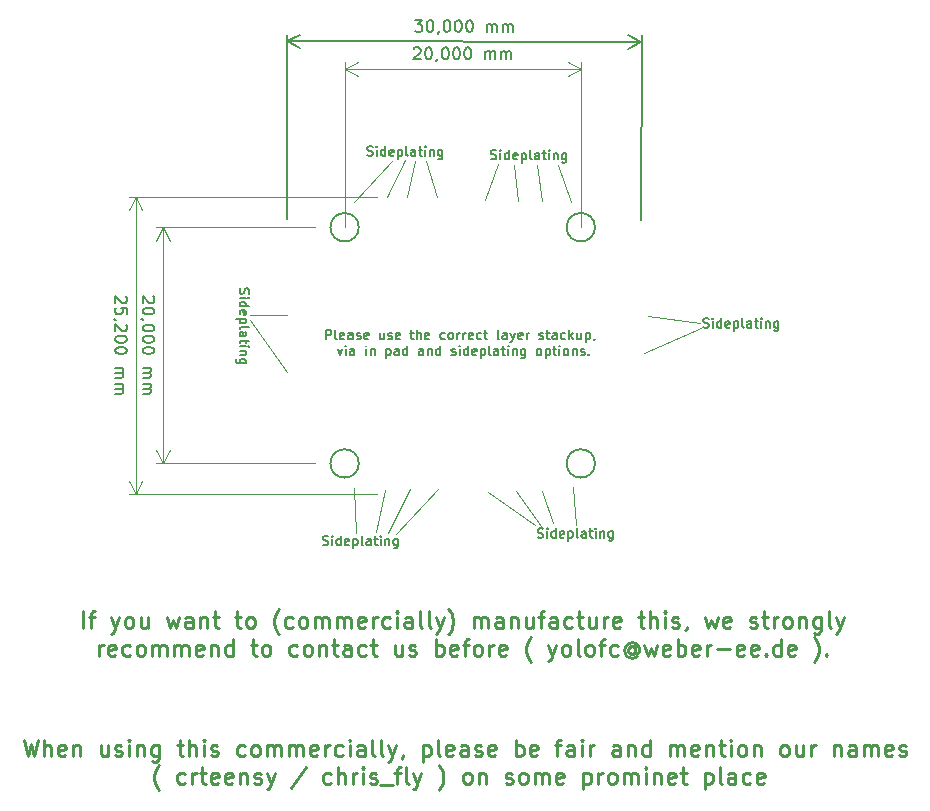
<source format=gbr>
G04 #@! TF.GenerationSoftware,KiCad,Pcbnew,(5.1.4)-1*
G04 #@! TF.CreationDate,2021-04-25T17:32:38+02:00*
G04 #@! TF.ProjectId,ultimateFC,756c7469-6d61-4746-9546-432e6b696361,rev?*
G04 #@! TF.SameCoordinates,Original*
G04 #@! TF.FileFunction,Other,Comment*
%FSLAX46Y46*%
G04 Gerber Fmt 4.6, Leading zero omitted, Abs format (unit mm)*
G04 Created by KiCad (PCBNEW (5.1.4)-1) date 2021-04-25 17:32:38*
%MOMM*%
%LPD*%
G04 APERTURE LIST*
%ADD10C,0.150000*%
%ADD11C,0.250000*%
%ADD12C,0.050000*%
%ADD13C,0.120000*%
G04 APERTURE END LIST*
D10*
X170922857Y-71466904D02*
X170922857Y-70666904D01*
X171227619Y-70666904D01*
X171303809Y-70705000D01*
X171341904Y-70743095D01*
X171380000Y-70819285D01*
X171380000Y-70933571D01*
X171341904Y-71009761D01*
X171303809Y-71047857D01*
X171227619Y-71085952D01*
X170922857Y-71085952D01*
X171837142Y-71466904D02*
X171760952Y-71428809D01*
X171722857Y-71352619D01*
X171722857Y-70666904D01*
X172446666Y-71428809D02*
X172370476Y-71466904D01*
X172218095Y-71466904D01*
X172141904Y-71428809D01*
X172103809Y-71352619D01*
X172103809Y-71047857D01*
X172141904Y-70971666D01*
X172218095Y-70933571D01*
X172370476Y-70933571D01*
X172446666Y-70971666D01*
X172484761Y-71047857D01*
X172484761Y-71124047D01*
X172103809Y-71200238D01*
X173170476Y-71466904D02*
X173170476Y-71047857D01*
X173132380Y-70971666D01*
X173056190Y-70933571D01*
X172903809Y-70933571D01*
X172827619Y-70971666D01*
X173170476Y-71428809D02*
X173094285Y-71466904D01*
X172903809Y-71466904D01*
X172827619Y-71428809D01*
X172789523Y-71352619D01*
X172789523Y-71276428D01*
X172827619Y-71200238D01*
X172903809Y-71162142D01*
X173094285Y-71162142D01*
X173170476Y-71124047D01*
X173513333Y-71428809D02*
X173589523Y-71466904D01*
X173741904Y-71466904D01*
X173818095Y-71428809D01*
X173856190Y-71352619D01*
X173856190Y-71314523D01*
X173818095Y-71238333D01*
X173741904Y-71200238D01*
X173627619Y-71200238D01*
X173551428Y-71162142D01*
X173513333Y-71085952D01*
X173513333Y-71047857D01*
X173551428Y-70971666D01*
X173627619Y-70933571D01*
X173741904Y-70933571D01*
X173818095Y-70971666D01*
X174503809Y-71428809D02*
X174427619Y-71466904D01*
X174275238Y-71466904D01*
X174199047Y-71428809D01*
X174160952Y-71352619D01*
X174160952Y-71047857D01*
X174199047Y-70971666D01*
X174275238Y-70933571D01*
X174427619Y-70933571D01*
X174503809Y-70971666D01*
X174541904Y-71047857D01*
X174541904Y-71124047D01*
X174160952Y-71200238D01*
X175837142Y-70933571D02*
X175837142Y-71466904D01*
X175494285Y-70933571D02*
X175494285Y-71352619D01*
X175532380Y-71428809D01*
X175608571Y-71466904D01*
X175722857Y-71466904D01*
X175799047Y-71428809D01*
X175837142Y-71390714D01*
X176180000Y-71428809D02*
X176256190Y-71466904D01*
X176408571Y-71466904D01*
X176484761Y-71428809D01*
X176522857Y-71352619D01*
X176522857Y-71314523D01*
X176484761Y-71238333D01*
X176408571Y-71200238D01*
X176294285Y-71200238D01*
X176218095Y-71162142D01*
X176180000Y-71085952D01*
X176180000Y-71047857D01*
X176218095Y-70971666D01*
X176294285Y-70933571D01*
X176408571Y-70933571D01*
X176484761Y-70971666D01*
X177170476Y-71428809D02*
X177094285Y-71466904D01*
X176941904Y-71466904D01*
X176865714Y-71428809D01*
X176827619Y-71352619D01*
X176827619Y-71047857D01*
X176865714Y-70971666D01*
X176941904Y-70933571D01*
X177094285Y-70933571D01*
X177170476Y-70971666D01*
X177208571Y-71047857D01*
X177208571Y-71124047D01*
X176827619Y-71200238D01*
X178046666Y-70933571D02*
X178351428Y-70933571D01*
X178160952Y-70666904D02*
X178160952Y-71352619D01*
X178199047Y-71428809D01*
X178275238Y-71466904D01*
X178351428Y-71466904D01*
X178618095Y-71466904D02*
X178618095Y-70666904D01*
X178960952Y-71466904D02*
X178960952Y-71047857D01*
X178922857Y-70971666D01*
X178846666Y-70933571D01*
X178732380Y-70933571D01*
X178656190Y-70971666D01*
X178618095Y-71009761D01*
X179646666Y-71428809D02*
X179570476Y-71466904D01*
X179418095Y-71466904D01*
X179341904Y-71428809D01*
X179303809Y-71352619D01*
X179303809Y-71047857D01*
X179341904Y-70971666D01*
X179418095Y-70933571D01*
X179570476Y-70933571D01*
X179646666Y-70971666D01*
X179684761Y-71047857D01*
X179684761Y-71124047D01*
X179303809Y-71200238D01*
X180980000Y-71428809D02*
X180903809Y-71466904D01*
X180751428Y-71466904D01*
X180675238Y-71428809D01*
X180637142Y-71390714D01*
X180599047Y-71314523D01*
X180599047Y-71085952D01*
X180637142Y-71009761D01*
X180675238Y-70971666D01*
X180751428Y-70933571D01*
X180903809Y-70933571D01*
X180980000Y-70971666D01*
X181437142Y-71466904D02*
X181360952Y-71428809D01*
X181322857Y-71390714D01*
X181284761Y-71314523D01*
X181284761Y-71085952D01*
X181322857Y-71009761D01*
X181360952Y-70971666D01*
X181437142Y-70933571D01*
X181551428Y-70933571D01*
X181627619Y-70971666D01*
X181665714Y-71009761D01*
X181703809Y-71085952D01*
X181703809Y-71314523D01*
X181665714Y-71390714D01*
X181627619Y-71428809D01*
X181551428Y-71466904D01*
X181437142Y-71466904D01*
X182046666Y-71466904D02*
X182046666Y-70933571D01*
X182046666Y-71085952D02*
X182084761Y-71009761D01*
X182122857Y-70971666D01*
X182199047Y-70933571D01*
X182275238Y-70933571D01*
X182541904Y-71466904D02*
X182541904Y-70933571D01*
X182541904Y-71085952D02*
X182580000Y-71009761D01*
X182618095Y-70971666D01*
X182694285Y-70933571D01*
X182770476Y-70933571D01*
X183341904Y-71428809D02*
X183265714Y-71466904D01*
X183113333Y-71466904D01*
X183037142Y-71428809D01*
X182999047Y-71352619D01*
X182999047Y-71047857D01*
X183037142Y-70971666D01*
X183113333Y-70933571D01*
X183265714Y-70933571D01*
X183341904Y-70971666D01*
X183380000Y-71047857D01*
X183380000Y-71124047D01*
X182999047Y-71200238D01*
X184065714Y-71428809D02*
X183989523Y-71466904D01*
X183837142Y-71466904D01*
X183760952Y-71428809D01*
X183722857Y-71390714D01*
X183684761Y-71314523D01*
X183684761Y-71085952D01*
X183722857Y-71009761D01*
X183760952Y-70971666D01*
X183837142Y-70933571D01*
X183989523Y-70933571D01*
X184065714Y-70971666D01*
X184294285Y-70933571D02*
X184599047Y-70933571D01*
X184408571Y-70666904D02*
X184408571Y-71352619D01*
X184446666Y-71428809D01*
X184522857Y-71466904D01*
X184599047Y-71466904D01*
X185589523Y-71466904D02*
X185513333Y-71428809D01*
X185475238Y-71352619D01*
X185475238Y-70666904D01*
X186237142Y-71466904D02*
X186237142Y-71047857D01*
X186199047Y-70971666D01*
X186122857Y-70933571D01*
X185970476Y-70933571D01*
X185894285Y-70971666D01*
X186237142Y-71428809D02*
X186160952Y-71466904D01*
X185970476Y-71466904D01*
X185894285Y-71428809D01*
X185856190Y-71352619D01*
X185856190Y-71276428D01*
X185894285Y-71200238D01*
X185970476Y-71162142D01*
X186160952Y-71162142D01*
X186237142Y-71124047D01*
X186541904Y-70933571D02*
X186732380Y-71466904D01*
X186922857Y-70933571D02*
X186732380Y-71466904D01*
X186656190Y-71657380D01*
X186618095Y-71695476D01*
X186541904Y-71733571D01*
X187532380Y-71428809D02*
X187456190Y-71466904D01*
X187303809Y-71466904D01*
X187227619Y-71428809D01*
X187189523Y-71352619D01*
X187189523Y-71047857D01*
X187227619Y-70971666D01*
X187303809Y-70933571D01*
X187456190Y-70933571D01*
X187532380Y-70971666D01*
X187570476Y-71047857D01*
X187570476Y-71124047D01*
X187189523Y-71200238D01*
X187913333Y-71466904D02*
X187913333Y-70933571D01*
X187913333Y-71085952D02*
X187951428Y-71009761D01*
X187989523Y-70971666D01*
X188065714Y-70933571D01*
X188141904Y-70933571D01*
X188980000Y-71428809D02*
X189056190Y-71466904D01*
X189208571Y-71466904D01*
X189284761Y-71428809D01*
X189322857Y-71352619D01*
X189322857Y-71314523D01*
X189284761Y-71238333D01*
X189208571Y-71200238D01*
X189094285Y-71200238D01*
X189018095Y-71162142D01*
X188980000Y-71085952D01*
X188980000Y-71047857D01*
X189018095Y-70971666D01*
X189094285Y-70933571D01*
X189208571Y-70933571D01*
X189284761Y-70971666D01*
X189551428Y-70933571D02*
X189856190Y-70933571D01*
X189665714Y-70666904D02*
X189665714Y-71352619D01*
X189703809Y-71428809D01*
X189780000Y-71466904D01*
X189856190Y-71466904D01*
X190465714Y-71466904D02*
X190465714Y-71047857D01*
X190427619Y-70971666D01*
X190351428Y-70933571D01*
X190199047Y-70933571D01*
X190122857Y-70971666D01*
X190465714Y-71428809D02*
X190389523Y-71466904D01*
X190199047Y-71466904D01*
X190122857Y-71428809D01*
X190084761Y-71352619D01*
X190084761Y-71276428D01*
X190122857Y-71200238D01*
X190199047Y-71162142D01*
X190389523Y-71162142D01*
X190465714Y-71124047D01*
X191189523Y-71428809D02*
X191113333Y-71466904D01*
X190960952Y-71466904D01*
X190884761Y-71428809D01*
X190846666Y-71390714D01*
X190808571Y-71314523D01*
X190808571Y-71085952D01*
X190846666Y-71009761D01*
X190884761Y-70971666D01*
X190960952Y-70933571D01*
X191113333Y-70933571D01*
X191189523Y-70971666D01*
X191532380Y-71466904D02*
X191532380Y-70666904D01*
X191608571Y-71162142D02*
X191837142Y-71466904D01*
X191837142Y-70933571D02*
X191532380Y-71238333D01*
X192522857Y-70933571D02*
X192522857Y-71466904D01*
X192180000Y-70933571D02*
X192180000Y-71352619D01*
X192218095Y-71428809D01*
X192294285Y-71466904D01*
X192408571Y-71466904D01*
X192484761Y-71428809D01*
X192522857Y-71390714D01*
X192903809Y-70933571D02*
X192903809Y-71733571D01*
X192903809Y-70971666D02*
X192980000Y-70933571D01*
X193132380Y-70933571D01*
X193208571Y-70971666D01*
X193246666Y-71009761D01*
X193284761Y-71085952D01*
X193284761Y-71314523D01*
X193246666Y-71390714D01*
X193208571Y-71428809D01*
X193132380Y-71466904D01*
X192980000Y-71466904D01*
X192903809Y-71428809D01*
X193665714Y-71428809D02*
X193665714Y-71466904D01*
X193627619Y-71543095D01*
X193589523Y-71581190D01*
X171913333Y-72283571D02*
X172103809Y-72816904D01*
X172294285Y-72283571D01*
X172599047Y-72816904D02*
X172599047Y-72283571D01*
X172599047Y-72016904D02*
X172560952Y-72055000D01*
X172599047Y-72093095D01*
X172637142Y-72055000D01*
X172599047Y-72016904D01*
X172599047Y-72093095D01*
X173322857Y-72816904D02*
X173322857Y-72397857D01*
X173284761Y-72321666D01*
X173208571Y-72283571D01*
X173056190Y-72283571D01*
X172980000Y-72321666D01*
X173322857Y-72778809D02*
X173246666Y-72816904D01*
X173056190Y-72816904D01*
X172980000Y-72778809D01*
X172941904Y-72702619D01*
X172941904Y-72626428D01*
X172980000Y-72550238D01*
X173056190Y-72512142D01*
X173246666Y-72512142D01*
X173322857Y-72474047D01*
X174313333Y-72816904D02*
X174313333Y-72283571D01*
X174313333Y-72016904D02*
X174275238Y-72055000D01*
X174313333Y-72093095D01*
X174351428Y-72055000D01*
X174313333Y-72016904D01*
X174313333Y-72093095D01*
X174694285Y-72283571D02*
X174694285Y-72816904D01*
X174694285Y-72359761D02*
X174732380Y-72321666D01*
X174808571Y-72283571D01*
X174922857Y-72283571D01*
X174999047Y-72321666D01*
X175037142Y-72397857D01*
X175037142Y-72816904D01*
X176027619Y-72283571D02*
X176027619Y-73083571D01*
X176027619Y-72321666D02*
X176103809Y-72283571D01*
X176256190Y-72283571D01*
X176332380Y-72321666D01*
X176370476Y-72359761D01*
X176408571Y-72435952D01*
X176408571Y-72664523D01*
X176370476Y-72740714D01*
X176332380Y-72778809D01*
X176256190Y-72816904D01*
X176103809Y-72816904D01*
X176027619Y-72778809D01*
X177094285Y-72816904D02*
X177094285Y-72397857D01*
X177056190Y-72321666D01*
X176980000Y-72283571D01*
X176827619Y-72283571D01*
X176751428Y-72321666D01*
X177094285Y-72778809D02*
X177018095Y-72816904D01*
X176827619Y-72816904D01*
X176751428Y-72778809D01*
X176713333Y-72702619D01*
X176713333Y-72626428D01*
X176751428Y-72550238D01*
X176827619Y-72512142D01*
X177018095Y-72512142D01*
X177094285Y-72474047D01*
X177818095Y-72816904D02*
X177818095Y-72016904D01*
X177818095Y-72778809D02*
X177741904Y-72816904D01*
X177589523Y-72816904D01*
X177513333Y-72778809D01*
X177475238Y-72740714D01*
X177437142Y-72664523D01*
X177437142Y-72435952D01*
X177475238Y-72359761D01*
X177513333Y-72321666D01*
X177589523Y-72283571D01*
X177741904Y-72283571D01*
X177818095Y-72321666D01*
X179151428Y-72816904D02*
X179151428Y-72397857D01*
X179113333Y-72321666D01*
X179037142Y-72283571D01*
X178884761Y-72283571D01*
X178808571Y-72321666D01*
X179151428Y-72778809D02*
X179075238Y-72816904D01*
X178884761Y-72816904D01*
X178808571Y-72778809D01*
X178770476Y-72702619D01*
X178770476Y-72626428D01*
X178808571Y-72550238D01*
X178884761Y-72512142D01*
X179075238Y-72512142D01*
X179151428Y-72474047D01*
X179532380Y-72283571D02*
X179532380Y-72816904D01*
X179532380Y-72359761D02*
X179570476Y-72321666D01*
X179646666Y-72283571D01*
X179760952Y-72283571D01*
X179837142Y-72321666D01*
X179875238Y-72397857D01*
X179875238Y-72816904D01*
X180599047Y-72816904D02*
X180599047Y-72016904D01*
X180599047Y-72778809D02*
X180522857Y-72816904D01*
X180370476Y-72816904D01*
X180294285Y-72778809D01*
X180256190Y-72740714D01*
X180218095Y-72664523D01*
X180218095Y-72435952D01*
X180256190Y-72359761D01*
X180294285Y-72321666D01*
X180370476Y-72283571D01*
X180522857Y-72283571D01*
X180599047Y-72321666D01*
X181551428Y-72778809D02*
X181627619Y-72816904D01*
X181780000Y-72816904D01*
X181856190Y-72778809D01*
X181894285Y-72702619D01*
X181894285Y-72664523D01*
X181856190Y-72588333D01*
X181780000Y-72550238D01*
X181665714Y-72550238D01*
X181589523Y-72512142D01*
X181551428Y-72435952D01*
X181551428Y-72397857D01*
X181589523Y-72321666D01*
X181665714Y-72283571D01*
X181780000Y-72283571D01*
X181856190Y-72321666D01*
X182237142Y-72816904D02*
X182237142Y-72283571D01*
X182237142Y-72016904D02*
X182199047Y-72055000D01*
X182237142Y-72093095D01*
X182275238Y-72055000D01*
X182237142Y-72016904D01*
X182237142Y-72093095D01*
X182960952Y-72816904D02*
X182960952Y-72016904D01*
X182960952Y-72778809D02*
X182884761Y-72816904D01*
X182732380Y-72816904D01*
X182656190Y-72778809D01*
X182618095Y-72740714D01*
X182580000Y-72664523D01*
X182580000Y-72435952D01*
X182618095Y-72359761D01*
X182656190Y-72321666D01*
X182732380Y-72283571D01*
X182884761Y-72283571D01*
X182960952Y-72321666D01*
X183646666Y-72778809D02*
X183570476Y-72816904D01*
X183418095Y-72816904D01*
X183341904Y-72778809D01*
X183303809Y-72702619D01*
X183303809Y-72397857D01*
X183341904Y-72321666D01*
X183418095Y-72283571D01*
X183570476Y-72283571D01*
X183646666Y-72321666D01*
X183684761Y-72397857D01*
X183684761Y-72474047D01*
X183303809Y-72550238D01*
X184027619Y-72283571D02*
X184027619Y-73083571D01*
X184027619Y-72321666D02*
X184103809Y-72283571D01*
X184256190Y-72283571D01*
X184332380Y-72321666D01*
X184370476Y-72359761D01*
X184408571Y-72435952D01*
X184408571Y-72664523D01*
X184370476Y-72740714D01*
X184332380Y-72778809D01*
X184256190Y-72816904D01*
X184103809Y-72816904D01*
X184027619Y-72778809D01*
X184865714Y-72816904D02*
X184789523Y-72778809D01*
X184751428Y-72702619D01*
X184751428Y-72016904D01*
X185513333Y-72816904D02*
X185513333Y-72397857D01*
X185475238Y-72321666D01*
X185399047Y-72283571D01*
X185246666Y-72283571D01*
X185170476Y-72321666D01*
X185513333Y-72778809D02*
X185437142Y-72816904D01*
X185246666Y-72816904D01*
X185170476Y-72778809D01*
X185132380Y-72702619D01*
X185132380Y-72626428D01*
X185170476Y-72550238D01*
X185246666Y-72512142D01*
X185437142Y-72512142D01*
X185513333Y-72474047D01*
X185780000Y-72283571D02*
X186084761Y-72283571D01*
X185894285Y-72016904D02*
X185894285Y-72702619D01*
X185932380Y-72778809D01*
X186008571Y-72816904D01*
X186084761Y-72816904D01*
X186351428Y-72816904D02*
X186351428Y-72283571D01*
X186351428Y-72016904D02*
X186313333Y-72055000D01*
X186351428Y-72093095D01*
X186389523Y-72055000D01*
X186351428Y-72016904D01*
X186351428Y-72093095D01*
X186732380Y-72283571D02*
X186732380Y-72816904D01*
X186732380Y-72359761D02*
X186770476Y-72321666D01*
X186846666Y-72283571D01*
X186960952Y-72283571D01*
X187037142Y-72321666D01*
X187075238Y-72397857D01*
X187075238Y-72816904D01*
X187799047Y-72283571D02*
X187799047Y-72931190D01*
X187760952Y-73007380D01*
X187722857Y-73045476D01*
X187646666Y-73083571D01*
X187532380Y-73083571D01*
X187456190Y-73045476D01*
X187799047Y-72778809D02*
X187722857Y-72816904D01*
X187570476Y-72816904D01*
X187494285Y-72778809D01*
X187456190Y-72740714D01*
X187418095Y-72664523D01*
X187418095Y-72435952D01*
X187456190Y-72359761D01*
X187494285Y-72321666D01*
X187570476Y-72283571D01*
X187722857Y-72283571D01*
X187799047Y-72321666D01*
X188903809Y-72816904D02*
X188827619Y-72778809D01*
X188789523Y-72740714D01*
X188751428Y-72664523D01*
X188751428Y-72435952D01*
X188789523Y-72359761D01*
X188827619Y-72321666D01*
X188903809Y-72283571D01*
X189018095Y-72283571D01*
X189094285Y-72321666D01*
X189132380Y-72359761D01*
X189170476Y-72435952D01*
X189170476Y-72664523D01*
X189132380Y-72740714D01*
X189094285Y-72778809D01*
X189018095Y-72816904D01*
X188903809Y-72816904D01*
X189513333Y-72283571D02*
X189513333Y-73083571D01*
X189513333Y-72321666D02*
X189589523Y-72283571D01*
X189741904Y-72283571D01*
X189818095Y-72321666D01*
X189856190Y-72359761D01*
X189894285Y-72435952D01*
X189894285Y-72664523D01*
X189856190Y-72740714D01*
X189818095Y-72778809D01*
X189741904Y-72816904D01*
X189589523Y-72816904D01*
X189513333Y-72778809D01*
X190122857Y-72283571D02*
X190427619Y-72283571D01*
X190237142Y-72016904D02*
X190237142Y-72702619D01*
X190275238Y-72778809D01*
X190351428Y-72816904D01*
X190427619Y-72816904D01*
X190694285Y-72816904D02*
X190694285Y-72283571D01*
X190694285Y-72016904D02*
X190656190Y-72055000D01*
X190694285Y-72093095D01*
X190732380Y-72055000D01*
X190694285Y-72016904D01*
X190694285Y-72093095D01*
X191189523Y-72816904D02*
X191113333Y-72778809D01*
X191075238Y-72740714D01*
X191037142Y-72664523D01*
X191037142Y-72435952D01*
X191075238Y-72359761D01*
X191113333Y-72321666D01*
X191189523Y-72283571D01*
X191303809Y-72283571D01*
X191380000Y-72321666D01*
X191418095Y-72359761D01*
X191456190Y-72435952D01*
X191456190Y-72664523D01*
X191418095Y-72740714D01*
X191380000Y-72778809D01*
X191303809Y-72816904D01*
X191189523Y-72816904D01*
X191799047Y-72283571D02*
X191799047Y-72816904D01*
X191799047Y-72359761D02*
X191837142Y-72321666D01*
X191913333Y-72283571D01*
X192027619Y-72283571D01*
X192103809Y-72321666D01*
X192141904Y-72397857D01*
X192141904Y-72816904D01*
X192484761Y-72778809D02*
X192560952Y-72816904D01*
X192713333Y-72816904D01*
X192789523Y-72778809D01*
X192827619Y-72702619D01*
X192827619Y-72664523D01*
X192789523Y-72588333D01*
X192713333Y-72550238D01*
X192599047Y-72550238D01*
X192522857Y-72512142D01*
X192484761Y-72435952D01*
X192484761Y-72397857D01*
X192522857Y-72321666D01*
X192599047Y-72283571D01*
X192713333Y-72283571D01*
X192789523Y-72321666D01*
X193170476Y-72740714D02*
X193208571Y-72778809D01*
X193170476Y-72816904D01*
X193132380Y-72778809D01*
X193170476Y-72740714D01*
X193170476Y-72816904D01*
D11*
X145325000Y-105383333D02*
X145658333Y-106783333D01*
X145925000Y-105783333D01*
X146191666Y-106783333D01*
X146525000Y-105383333D01*
X147058333Y-106783333D02*
X147058333Y-105383333D01*
X147658333Y-106783333D02*
X147658333Y-106050000D01*
X147591666Y-105916666D01*
X147458333Y-105850000D01*
X147258333Y-105850000D01*
X147125000Y-105916666D01*
X147058333Y-105983333D01*
X148858333Y-106716666D02*
X148725000Y-106783333D01*
X148458333Y-106783333D01*
X148325000Y-106716666D01*
X148258333Y-106583333D01*
X148258333Y-106050000D01*
X148325000Y-105916666D01*
X148458333Y-105850000D01*
X148725000Y-105850000D01*
X148858333Y-105916666D01*
X148925000Y-106050000D01*
X148925000Y-106183333D01*
X148258333Y-106316666D01*
X149525000Y-105850000D02*
X149525000Y-106783333D01*
X149525000Y-105983333D02*
X149591666Y-105916666D01*
X149725000Y-105850000D01*
X149925000Y-105850000D01*
X150058333Y-105916666D01*
X150125000Y-106050000D01*
X150125000Y-106783333D01*
X152458333Y-105850000D02*
X152458333Y-106783333D01*
X151858333Y-105850000D02*
X151858333Y-106583333D01*
X151925000Y-106716666D01*
X152058333Y-106783333D01*
X152258333Y-106783333D01*
X152391666Y-106716666D01*
X152458333Y-106650000D01*
X153058333Y-106716666D02*
X153191666Y-106783333D01*
X153458333Y-106783333D01*
X153591666Y-106716666D01*
X153658333Y-106583333D01*
X153658333Y-106516666D01*
X153591666Y-106383333D01*
X153458333Y-106316666D01*
X153258333Y-106316666D01*
X153125000Y-106250000D01*
X153058333Y-106116666D01*
X153058333Y-106050000D01*
X153125000Y-105916666D01*
X153258333Y-105850000D01*
X153458333Y-105850000D01*
X153591666Y-105916666D01*
X154258333Y-106783333D02*
X154258333Y-105850000D01*
X154258333Y-105383333D02*
X154191666Y-105450000D01*
X154258333Y-105516666D01*
X154325000Y-105450000D01*
X154258333Y-105383333D01*
X154258333Y-105516666D01*
X154925000Y-105850000D02*
X154925000Y-106783333D01*
X154925000Y-105983333D02*
X154991666Y-105916666D01*
X155125000Y-105850000D01*
X155325000Y-105850000D01*
X155458333Y-105916666D01*
X155525000Y-106050000D01*
X155525000Y-106783333D01*
X156791666Y-105850000D02*
X156791666Y-106983333D01*
X156725000Y-107116666D01*
X156658333Y-107183333D01*
X156525000Y-107250000D01*
X156325000Y-107250000D01*
X156191666Y-107183333D01*
X156791666Y-106716666D02*
X156658333Y-106783333D01*
X156391666Y-106783333D01*
X156258333Y-106716666D01*
X156191666Y-106650000D01*
X156125000Y-106516666D01*
X156125000Y-106116666D01*
X156191666Y-105983333D01*
X156258333Y-105916666D01*
X156391666Y-105850000D01*
X156658333Y-105850000D01*
X156791666Y-105916666D01*
X158325000Y-105850000D02*
X158858333Y-105850000D01*
X158525000Y-105383333D02*
X158525000Y-106583333D01*
X158591666Y-106716666D01*
X158725000Y-106783333D01*
X158858333Y-106783333D01*
X159325000Y-106783333D02*
X159325000Y-105383333D01*
X159925000Y-106783333D02*
X159925000Y-106050000D01*
X159858333Y-105916666D01*
X159725000Y-105850000D01*
X159525000Y-105850000D01*
X159391666Y-105916666D01*
X159325000Y-105983333D01*
X160591666Y-106783333D02*
X160591666Y-105850000D01*
X160591666Y-105383333D02*
X160525000Y-105450000D01*
X160591666Y-105516666D01*
X160658333Y-105450000D01*
X160591666Y-105383333D01*
X160591666Y-105516666D01*
X161191666Y-106716666D02*
X161325000Y-106783333D01*
X161591666Y-106783333D01*
X161725000Y-106716666D01*
X161791666Y-106583333D01*
X161791666Y-106516666D01*
X161725000Y-106383333D01*
X161591666Y-106316666D01*
X161391666Y-106316666D01*
X161258333Y-106250000D01*
X161191666Y-106116666D01*
X161191666Y-106050000D01*
X161258333Y-105916666D01*
X161391666Y-105850000D01*
X161591666Y-105850000D01*
X161725000Y-105916666D01*
X164058333Y-106716666D02*
X163925000Y-106783333D01*
X163658333Y-106783333D01*
X163525000Y-106716666D01*
X163458333Y-106650000D01*
X163391666Y-106516666D01*
X163391666Y-106116666D01*
X163458333Y-105983333D01*
X163525000Y-105916666D01*
X163658333Y-105850000D01*
X163925000Y-105850000D01*
X164058333Y-105916666D01*
X164858333Y-106783333D02*
X164725000Y-106716666D01*
X164658333Y-106650000D01*
X164591666Y-106516666D01*
X164591666Y-106116666D01*
X164658333Y-105983333D01*
X164725000Y-105916666D01*
X164858333Y-105850000D01*
X165058333Y-105850000D01*
X165191666Y-105916666D01*
X165258333Y-105983333D01*
X165325000Y-106116666D01*
X165325000Y-106516666D01*
X165258333Y-106650000D01*
X165191666Y-106716666D01*
X165058333Y-106783333D01*
X164858333Y-106783333D01*
X165925000Y-106783333D02*
X165925000Y-105850000D01*
X165925000Y-105983333D02*
X165991666Y-105916666D01*
X166125000Y-105850000D01*
X166325000Y-105850000D01*
X166458333Y-105916666D01*
X166525000Y-106050000D01*
X166525000Y-106783333D01*
X166525000Y-106050000D02*
X166591666Y-105916666D01*
X166725000Y-105850000D01*
X166925000Y-105850000D01*
X167058333Y-105916666D01*
X167125000Y-106050000D01*
X167125000Y-106783333D01*
X167791666Y-106783333D02*
X167791666Y-105850000D01*
X167791666Y-105983333D02*
X167858333Y-105916666D01*
X167991666Y-105850000D01*
X168191666Y-105850000D01*
X168325000Y-105916666D01*
X168391666Y-106050000D01*
X168391666Y-106783333D01*
X168391666Y-106050000D02*
X168458333Y-105916666D01*
X168591666Y-105850000D01*
X168791666Y-105850000D01*
X168925000Y-105916666D01*
X168991666Y-106050000D01*
X168991666Y-106783333D01*
X170191666Y-106716666D02*
X170058333Y-106783333D01*
X169791666Y-106783333D01*
X169658333Y-106716666D01*
X169591666Y-106583333D01*
X169591666Y-106050000D01*
X169658333Y-105916666D01*
X169791666Y-105850000D01*
X170058333Y-105850000D01*
X170191666Y-105916666D01*
X170258333Y-106050000D01*
X170258333Y-106183333D01*
X169591666Y-106316666D01*
X170858333Y-106783333D02*
X170858333Y-105850000D01*
X170858333Y-106116666D02*
X170925000Y-105983333D01*
X170991666Y-105916666D01*
X171125000Y-105850000D01*
X171258333Y-105850000D01*
X172325000Y-106716666D02*
X172191666Y-106783333D01*
X171925000Y-106783333D01*
X171791666Y-106716666D01*
X171725000Y-106650000D01*
X171658333Y-106516666D01*
X171658333Y-106116666D01*
X171725000Y-105983333D01*
X171791666Y-105916666D01*
X171925000Y-105850000D01*
X172191666Y-105850000D01*
X172325000Y-105916666D01*
X172925000Y-106783333D02*
X172925000Y-105850000D01*
X172925000Y-105383333D02*
X172858333Y-105450000D01*
X172925000Y-105516666D01*
X172991666Y-105450000D01*
X172925000Y-105383333D01*
X172925000Y-105516666D01*
X174191666Y-106783333D02*
X174191666Y-106050000D01*
X174125000Y-105916666D01*
X173991666Y-105850000D01*
X173725000Y-105850000D01*
X173591666Y-105916666D01*
X174191666Y-106716666D02*
X174058333Y-106783333D01*
X173725000Y-106783333D01*
X173591666Y-106716666D01*
X173525000Y-106583333D01*
X173525000Y-106450000D01*
X173591666Y-106316666D01*
X173725000Y-106250000D01*
X174058333Y-106250000D01*
X174191666Y-106183333D01*
X175058333Y-106783333D02*
X174925000Y-106716666D01*
X174858333Y-106583333D01*
X174858333Y-105383333D01*
X175791666Y-106783333D02*
X175658333Y-106716666D01*
X175591666Y-106583333D01*
X175591666Y-105383333D01*
X176191666Y-105850000D02*
X176525000Y-106783333D01*
X176858333Y-105850000D02*
X176525000Y-106783333D01*
X176391666Y-107116666D01*
X176325000Y-107183333D01*
X176191666Y-107250000D01*
X177458333Y-106716666D02*
X177458333Y-106783333D01*
X177391666Y-106916666D01*
X177325000Y-106983333D01*
X179125000Y-105850000D02*
X179125000Y-107250000D01*
X179125000Y-105916666D02*
X179258333Y-105850000D01*
X179525000Y-105850000D01*
X179658333Y-105916666D01*
X179725000Y-105983333D01*
X179791666Y-106116666D01*
X179791666Y-106516666D01*
X179725000Y-106650000D01*
X179658333Y-106716666D01*
X179525000Y-106783333D01*
X179258333Y-106783333D01*
X179125000Y-106716666D01*
X180591666Y-106783333D02*
X180458333Y-106716666D01*
X180391666Y-106583333D01*
X180391666Y-105383333D01*
X181658333Y-106716666D02*
X181525000Y-106783333D01*
X181258333Y-106783333D01*
X181125000Y-106716666D01*
X181058333Y-106583333D01*
X181058333Y-106050000D01*
X181125000Y-105916666D01*
X181258333Y-105850000D01*
X181525000Y-105850000D01*
X181658333Y-105916666D01*
X181725000Y-106050000D01*
X181725000Y-106183333D01*
X181058333Y-106316666D01*
X182925000Y-106783333D02*
X182925000Y-106050000D01*
X182858333Y-105916666D01*
X182725000Y-105850000D01*
X182458333Y-105850000D01*
X182325000Y-105916666D01*
X182925000Y-106716666D02*
X182791666Y-106783333D01*
X182458333Y-106783333D01*
X182325000Y-106716666D01*
X182258333Y-106583333D01*
X182258333Y-106450000D01*
X182325000Y-106316666D01*
X182458333Y-106250000D01*
X182791666Y-106250000D01*
X182925000Y-106183333D01*
X183525000Y-106716666D02*
X183658333Y-106783333D01*
X183925000Y-106783333D01*
X184058333Y-106716666D01*
X184125000Y-106583333D01*
X184125000Y-106516666D01*
X184058333Y-106383333D01*
X183925000Y-106316666D01*
X183725000Y-106316666D01*
X183591666Y-106250000D01*
X183525000Y-106116666D01*
X183525000Y-106050000D01*
X183591666Y-105916666D01*
X183725000Y-105850000D01*
X183925000Y-105850000D01*
X184058333Y-105916666D01*
X185258333Y-106716666D02*
X185125000Y-106783333D01*
X184858333Y-106783333D01*
X184725000Y-106716666D01*
X184658333Y-106583333D01*
X184658333Y-106050000D01*
X184725000Y-105916666D01*
X184858333Y-105850000D01*
X185125000Y-105850000D01*
X185258333Y-105916666D01*
X185325000Y-106050000D01*
X185325000Y-106183333D01*
X184658333Y-106316666D01*
X186991666Y-106783333D02*
X186991666Y-105383333D01*
X186991666Y-105916666D02*
X187125000Y-105850000D01*
X187391666Y-105850000D01*
X187525000Y-105916666D01*
X187591666Y-105983333D01*
X187658333Y-106116666D01*
X187658333Y-106516666D01*
X187591666Y-106650000D01*
X187525000Y-106716666D01*
X187391666Y-106783333D01*
X187125000Y-106783333D01*
X186991666Y-106716666D01*
X188791666Y-106716666D02*
X188658333Y-106783333D01*
X188391666Y-106783333D01*
X188258333Y-106716666D01*
X188191666Y-106583333D01*
X188191666Y-106050000D01*
X188258333Y-105916666D01*
X188391666Y-105850000D01*
X188658333Y-105850000D01*
X188791666Y-105916666D01*
X188858333Y-106050000D01*
X188858333Y-106183333D01*
X188191666Y-106316666D01*
X190325000Y-105850000D02*
X190858333Y-105850000D01*
X190525000Y-106783333D02*
X190525000Y-105583333D01*
X190591666Y-105450000D01*
X190725000Y-105383333D01*
X190858333Y-105383333D01*
X191925000Y-106783333D02*
X191925000Y-106050000D01*
X191858333Y-105916666D01*
X191725000Y-105850000D01*
X191458333Y-105850000D01*
X191325000Y-105916666D01*
X191925000Y-106716666D02*
X191791666Y-106783333D01*
X191458333Y-106783333D01*
X191325000Y-106716666D01*
X191258333Y-106583333D01*
X191258333Y-106450000D01*
X191325000Y-106316666D01*
X191458333Y-106250000D01*
X191791666Y-106250000D01*
X191925000Y-106183333D01*
X192591666Y-106783333D02*
X192591666Y-105850000D01*
X192591666Y-105383333D02*
X192525000Y-105450000D01*
X192591666Y-105516666D01*
X192658333Y-105450000D01*
X192591666Y-105383333D01*
X192591666Y-105516666D01*
X193258333Y-106783333D02*
X193258333Y-105850000D01*
X193258333Y-106116666D02*
X193325000Y-105983333D01*
X193391666Y-105916666D01*
X193525000Y-105850000D01*
X193658333Y-105850000D01*
X195791666Y-106783333D02*
X195791666Y-106050000D01*
X195725000Y-105916666D01*
X195591666Y-105850000D01*
X195325000Y-105850000D01*
X195191666Y-105916666D01*
X195791666Y-106716666D02*
X195658333Y-106783333D01*
X195325000Y-106783333D01*
X195191666Y-106716666D01*
X195125000Y-106583333D01*
X195125000Y-106450000D01*
X195191666Y-106316666D01*
X195325000Y-106250000D01*
X195658333Y-106250000D01*
X195791666Y-106183333D01*
X196458333Y-105850000D02*
X196458333Y-106783333D01*
X196458333Y-105983333D02*
X196525000Y-105916666D01*
X196658333Y-105850000D01*
X196858333Y-105850000D01*
X196991666Y-105916666D01*
X197058333Y-106050000D01*
X197058333Y-106783333D01*
X198325000Y-106783333D02*
X198325000Y-105383333D01*
X198325000Y-106716666D02*
X198191666Y-106783333D01*
X197925000Y-106783333D01*
X197791666Y-106716666D01*
X197725000Y-106650000D01*
X197658333Y-106516666D01*
X197658333Y-106116666D01*
X197725000Y-105983333D01*
X197791666Y-105916666D01*
X197925000Y-105850000D01*
X198191666Y-105850000D01*
X198325000Y-105916666D01*
X200058333Y-106783333D02*
X200058333Y-105850000D01*
X200058333Y-105983333D02*
X200124999Y-105916666D01*
X200258333Y-105850000D01*
X200458333Y-105850000D01*
X200591666Y-105916666D01*
X200658333Y-106050000D01*
X200658333Y-106783333D01*
X200658333Y-106050000D02*
X200724999Y-105916666D01*
X200858333Y-105850000D01*
X201058333Y-105850000D01*
X201191666Y-105916666D01*
X201258333Y-106050000D01*
X201258333Y-106783333D01*
X202458333Y-106716666D02*
X202324999Y-106783333D01*
X202058333Y-106783333D01*
X201924999Y-106716666D01*
X201858333Y-106583333D01*
X201858333Y-106050000D01*
X201924999Y-105916666D01*
X202058333Y-105850000D01*
X202324999Y-105850000D01*
X202458333Y-105916666D01*
X202524999Y-106050000D01*
X202524999Y-106183333D01*
X201858333Y-106316666D01*
X203124999Y-105850000D02*
X203124999Y-106783333D01*
X203124999Y-105983333D02*
X203191666Y-105916666D01*
X203324999Y-105850000D01*
X203524999Y-105850000D01*
X203658333Y-105916666D01*
X203724999Y-106050000D01*
X203724999Y-106783333D01*
X204191666Y-105850000D02*
X204724999Y-105850000D01*
X204391666Y-105383333D02*
X204391666Y-106583333D01*
X204458333Y-106716666D01*
X204591666Y-106783333D01*
X204724999Y-106783333D01*
X205191666Y-106783333D02*
X205191666Y-105850000D01*
X205191666Y-105383333D02*
X205124999Y-105450000D01*
X205191666Y-105516666D01*
X205258333Y-105450000D01*
X205191666Y-105383333D01*
X205191666Y-105516666D01*
X206058333Y-106783333D02*
X205924999Y-106716666D01*
X205858333Y-106650000D01*
X205791666Y-106516666D01*
X205791666Y-106116666D01*
X205858333Y-105983333D01*
X205924999Y-105916666D01*
X206058333Y-105850000D01*
X206258333Y-105850000D01*
X206391666Y-105916666D01*
X206458333Y-105983333D01*
X206524999Y-106116666D01*
X206524999Y-106516666D01*
X206458333Y-106650000D01*
X206391666Y-106716666D01*
X206258333Y-106783333D01*
X206058333Y-106783333D01*
X207124999Y-105850000D02*
X207124999Y-106783333D01*
X207124999Y-105983333D02*
X207191666Y-105916666D01*
X207324999Y-105850000D01*
X207524999Y-105850000D01*
X207658333Y-105916666D01*
X207724999Y-106050000D01*
X207724999Y-106783333D01*
X209658333Y-106783333D02*
X209524999Y-106716666D01*
X209458333Y-106650000D01*
X209391666Y-106516666D01*
X209391666Y-106116666D01*
X209458333Y-105983333D01*
X209524999Y-105916666D01*
X209658333Y-105850000D01*
X209858333Y-105850000D01*
X209991666Y-105916666D01*
X210058333Y-105983333D01*
X210124999Y-106116666D01*
X210124999Y-106516666D01*
X210058333Y-106650000D01*
X209991666Y-106716666D01*
X209858333Y-106783333D01*
X209658333Y-106783333D01*
X211324999Y-105850000D02*
X211324999Y-106783333D01*
X210724999Y-105850000D02*
X210724999Y-106583333D01*
X210791666Y-106716666D01*
X210924999Y-106783333D01*
X211124999Y-106783333D01*
X211258333Y-106716666D01*
X211324999Y-106650000D01*
X211991666Y-106783333D02*
X211991666Y-105850000D01*
X211991666Y-106116666D02*
X212058333Y-105983333D01*
X212124999Y-105916666D01*
X212258333Y-105850000D01*
X212391666Y-105850000D01*
X213924999Y-105850000D02*
X213924999Y-106783333D01*
X213924999Y-105983333D02*
X213991666Y-105916666D01*
X214124999Y-105850000D01*
X214324999Y-105850000D01*
X214458333Y-105916666D01*
X214524999Y-106050000D01*
X214524999Y-106783333D01*
X215791666Y-106783333D02*
X215791666Y-106050000D01*
X215724999Y-105916666D01*
X215591666Y-105850000D01*
X215324999Y-105850000D01*
X215191666Y-105916666D01*
X215791666Y-106716666D02*
X215658333Y-106783333D01*
X215324999Y-106783333D01*
X215191666Y-106716666D01*
X215124999Y-106583333D01*
X215124999Y-106450000D01*
X215191666Y-106316666D01*
X215324999Y-106250000D01*
X215658333Y-106250000D01*
X215791666Y-106183333D01*
X216458333Y-106783333D02*
X216458333Y-105850000D01*
X216458333Y-105983333D02*
X216524999Y-105916666D01*
X216658333Y-105850000D01*
X216858333Y-105850000D01*
X216991666Y-105916666D01*
X217058333Y-106050000D01*
X217058333Y-106783333D01*
X217058333Y-106050000D02*
X217124999Y-105916666D01*
X217258333Y-105850000D01*
X217458333Y-105850000D01*
X217591666Y-105916666D01*
X217658333Y-106050000D01*
X217658333Y-106783333D01*
X218858333Y-106716666D02*
X218724999Y-106783333D01*
X218458333Y-106783333D01*
X218324999Y-106716666D01*
X218258333Y-106583333D01*
X218258333Y-106050000D01*
X218324999Y-105916666D01*
X218458333Y-105850000D01*
X218724999Y-105850000D01*
X218858333Y-105916666D01*
X218924999Y-106050000D01*
X218924999Y-106183333D01*
X218258333Y-106316666D01*
X219458333Y-106716666D02*
X219591666Y-106783333D01*
X219858333Y-106783333D01*
X219991666Y-106716666D01*
X220058333Y-106583333D01*
X220058333Y-106516666D01*
X219991666Y-106383333D01*
X219858333Y-106316666D01*
X219658333Y-106316666D01*
X219524999Y-106250000D01*
X219458333Y-106116666D01*
X219458333Y-106050000D01*
X219524999Y-105916666D01*
X219658333Y-105850000D01*
X219858333Y-105850000D01*
X219991666Y-105916666D01*
X156791666Y-109666666D02*
X156725000Y-109600000D01*
X156591666Y-109400000D01*
X156525000Y-109266666D01*
X156458333Y-109066666D01*
X156391666Y-108733333D01*
X156391666Y-108466666D01*
X156458333Y-108133333D01*
X156525000Y-107933333D01*
X156591666Y-107800000D01*
X156725000Y-107600000D01*
X156791666Y-107533333D01*
X158991666Y-109066666D02*
X158858333Y-109133333D01*
X158591666Y-109133333D01*
X158458333Y-109066666D01*
X158391666Y-109000000D01*
X158325000Y-108866666D01*
X158325000Y-108466666D01*
X158391666Y-108333333D01*
X158458333Y-108266666D01*
X158591666Y-108200000D01*
X158858333Y-108200000D01*
X158991666Y-108266666D01*
X159591666Y-109133333D02*
X159591666Y-108200000D01*
X159591666Y-108466666D02*
X159658333Y-108333333D01*
X159725000Y-108266666D01*
X159858333Y-108200000D01*
X159991666Y-108200000D01*
X160258333Y-108200000D02*
X160791666Y-108200000D01*
X160458333Y-107733333D02*
X160458333Y-108933333D01*
X160525000Y-109066666D01*
X160658333Y-109133333D01*
X160791666Y-109133333D01*
X161791666Y-109066666D02*
X161658333Y-109133333D01*
X161391666Y-109133333D01*
X161258333Y-109066666D01*
X161191666Y-108933333D01*
X161191666Y-108400000D01*
X161258333Y-108266666D01*
X161391666Y-108200000D01*
X161658333Y-108200000D01*
X161791666Y-108266666D01*
X161858333Y-108400000D01*
X161858333Y-108533333D01*
X161191666Y-108666666D01*
X162991666Y-109066666D02*
X162858333Y-109133333D01*
X162591666Y-109133333D01*
X162458333Y-109066666D01*
X162391666Y-108933333D01*
X162391666Y-108400000D01*
X162458333Y-108266666D01*
X162591666Y-108200000D01*
X162858333Y-108200000D01*
X162991666Y-108266666D01*
X163058333Y-108400000D01*
X163058333Y-108533333D01*
X162391666Y-108666666D01*
X163658333Y-108200000D02*
X163658333Y-109133333D01*
X163658333Y-108333333D02*
X163725000Y-108266666D01*
X163858333Y-108200000D01*
X164058333Y-108200000D01*
X164191666Y-108266666D01*
X164258333Y-108400000D01*
X164258333Y-109133333D01*
X164858333Y-109066666D02*
X164991666Y-109133333D01*
X165258333Y-109133333D01*
X165391666Y-109066666D01*
X165458333Y-108933333D01*
X165458333Y-108866666D01*
X165391666Y-108733333D01*
X165258333Y-108666666D01*
X165058333Y-108666666D01*
X164925000Y-108600000D01*
X164858333Y-108466666D01*
X164858333Y-108400000D01*
X164925000Y-108266666D01*
X165058333Y-108200000D01*
X165258333Y-108200000D01*
X165391666Y-108266666D01*
X165925000Y-108200000D02*
X166258333Y-109133333D01*
X166591666Y-108200000D02*
X166258333Y-109133333D01*
X166125000Y-109466666D01*
X166058333Y-109533333D01*
X165925000Y-109600000D01*
X169191666Y-107666666D02*
X167991666Y-109466666D01*
X171325000Y-109066666D02*
X171191666Y-109133333D01*
X170925000Y-109133333D01*
X170791666Y-109066666D01*
X170725000Y-109000000D01*
X170658333Y-108866666D01*
X170658333Y-108466666D01*
X170725000Y-108333333D01*
X170791666Y-108266666D01*
X170925000Y-108200000D01*
X171191666Y-108200000D01*
X171325000Y-108266666D01*
X171925000Y-109133333D02*
X171925000Y-107733333D01*
X172525000Y-109133333D02*
X172525000Y-108400000D01*
X172458333Y-108266666D01*
X172325000Y-108200000D01*
X172125000Y-108200000D01*
X171991666Y-108266666D01*
X171925000Y-108333333D01*
X173191666Y-109133333D02*
X173191666Y-108200000D01*
X173191666Y-108466666D02*
X173258333Y-108333333D01*
X173325000Y-108266666D01*
X173458333Y-108200000D01*
X173591666Y-108200000D01*
X174058333Y-109133333D02*
X174058333Y-108200000D01*
X174058333Y-107733333D02*
X173991666Y-107800000D01*
X174058333Y-107866666D01*
X174125000Y-107800000D01*
X174058333Y-107733333D01*
X174058333Y-107866666D01*
X174658333Y-109066666D02*
X174791666Y-109133333D01*
X175058333Y-109133333D01*
X175191666Y-109066666D01*
X175258333Y-108933333D01*
X175258333Y-108866666D01*
X175191666Y-108733333D01*
X175058333Y-108666666D01*
X174858333Y-108666666D01*
X174725000Y-108600000D01*
X174658333Y-108466666D01*
X174658333Y-108400000D01*
X174725000Y-108266666D01*
X174858333Y-108200000D01*
X175058333Y-108200000D01*
X175191666Y-108266666D01*
X175525000Y-109266666D02*
X176591666Y-109266666D01*
X176725000Y-108200000D02*
X177258333Y-108200000D01*
X176925000Y-109133333D02*
X176925000Y-107933333D01*
X176991666Y-107800000D01*
X177125000Y-107733333D01*
X177258333Y-107733333D01*
X177925000Y-109133333D02*
X177791666Y-109066666D01*
X177725000Y-108933333D01*
X177725000Y-107733333D01*
X178325000Y-108200000D02*
X178658333Y-109133333D01*
X178991666Y-108200000D02*
X178658333Y-109133333D01*
X178525000Y-109466666D01*
X178458333Y-109533333D01*
X178325000Y-109600000D01*
X180458333Y-109666666D02*
X180525000Y-109600000D01*
X180658333Y-109400000D01*
X180725000Y-109266666D01*
X180791666Y-109066666D01*
X180858333Y-108733333D01*
X180858333Y-108466666D01*
X180791666Y-108133333D01*
X180725000Y-107933333D01*
X180658333Y-107800000D01*
X180525000Y-107600000D01*
X180458333Y-107533333D01*
X182791666Y-109133333D02*
X182658333Y-109066666D01*
X182591666Y-109000000D01*
X182525000Y-108866666D01*
X182525000Y-108466666D01*
X182591666Y-108333333D01*
X182658333Y-108266666D01*
X182791666Y-108200000D01*
X182991666Y-108200000D01*
X183125000Y-108266666D01*
X183191666Y-108333333D01*
X183258333Y-108466666D01*
X183258333Y-108866666D01*
X183191666Y-109000000D01*
X183125000Y-109066666D01*
X182991666Y-109133333D01*
X182791666Y-109133333D01*
X183858333Y-108200000D02*
X183858333Y-109133333D01*
X183858333Y-108333333D02*
X183925000Y-108266666D01*
X184058333Y-108200000D01*
X184258333Y-108200000D01*
X184391666Y-108266666D01*
X184458333Y-108400000D01*
X184458333Y-109133333D01*
X186125000Y-109066666D02*
X186258333Y-109133333D01*
X186525000Y-109133333D01*
X186658333Y-109066666D01*
X186725000Y-108933333D01*
X186725000Y-108866666D01*
X186658333Y-108733333D01*
X186525000Y-108666666D01*
X186325000Y-108666666D01*
X186191666Y-108600000D01*
X186125000Y-108466666D01*
X186125000Y-108400000D01*
X186191666Y-108266666D01*
X186325000Y-108200000D01*
X186525000Y-108200000D01*
X186658333Y-108266666D01*
X187525000Y-109133333D02*
X187391666Y-109066666D01*
X187325000Y-109000000D01*
X187258333Y-108866666D01*
X187258333Y-108466666D01*
X187325000Y-108333333D01*
X187391666Y-108266666D01*
X187525000Y-108200000D01*
X187725000Y-108200000D01*
X187858333Y-108266666D01*
X187925000Y-108333333D01*
X187991666Y-108466666D01*
X187991666Y-108866666D01*
X187925000Y-109000000D01*
X187858333Y-109066666D01*
X187725000Y-109133333D01*
X187525000Y-109133333D01*
X188591666Y-109133333D02*
X188591666Y-108200000D01*
X188591666Y-108333333D02*
X188658333Y-108266666D01*
X188791666Y-108200000D01*
X188991666Y-108200000D01*
X189125000Y-108266666D01*
X189191666Y-108400000D01*
X189191666Y-109133333D01*
X189191666Y-108400000D02*
X189258333Y-108266666D01*
X189391666Y-108200000D01*
X189591666Y-108200000D01*
X189725000Y-108266666D01*
X189791666Y-108400000D01*
X189791666Y-109133333D01*
X190991666Y-109066666D02*
X190858333Y-109133333D01*
X190591666Y-109133333D01*
X190458333Y-109066666D01*
X190391666Y-108933333D01*
X190391666Y-108400000D01*
X190458333Y-108266666D01*
X190591666Y-108200000D01*
X190858333Y-108200000D01*
X190991666Y-108266666D01*
X191058333Y-108400000D01*
X191058333Y-108533333D01*
X190391666Y-108666666D01*
X192725000Y-108200000D02*
X192725000Y-109600000D01*
X192725000Y-108266666D02*
X192858333Y-108200000D01*
X193125000Y-108200000D01*
X193258333Y-108266666D01*
X193325000Y-108333333D01*
X193391666Y-108466666D01*
X193391666Y-108866666D01*
X193325000Y-109000000D01*
X193258333Y-109066666D01*
X193125000Y-109133333D01*
X192858333Y-109133333D01*
X192725000Y-109066666D01*
X193991666Y-109133333D02*
X193991666Y-108200000D01*
X193991666Y-108466666D02*
X194058333Y-108333333D01*
X194125000Y-108266666D01*
X194258333Y-108200000D01*
X194391666Y-108200000D01*
X195058333Y-109133333D02*
X194925000Y-109066666D01*
X194858333Y-109000000D01*
X194791666Y-108866666D01*
X194791666Y-108466666D01*
X194858333Y-108333333D01*
X194925000Y-108266666D01*
X195058333Y-108200000D01*
X195258333Y-108200000D01*
X195391666Y-108266666D01*
X195458333Y-108333333D01*
X195525000Y-108466666D01*
X195525000Y-108866666D01*
X195458333Y-109000000D01*
X195391666Y-109066666D01*
X195258333Y-109133333D01*
X195058333Y-109133333D01*
X196125000Y-109133333D02*
X196125000Y-108200000D01*
X196125000Y-108333333D02*
X196191666Y-108266666D01*
X196325000Y-108200000D01*
X196525000Y-108200000D01*
X196658333Y-108266666D01*
X196725000Y-108400000D01*
X196725000Y-109133333D01*
X196725000Y-108400000D02*
X196791666Y-108266666D01*
X196925000Y-108200000D01*
X197125000Y-108200000D01*
X197258333Y-108266666D01*
X197325000Y-108400000D01*
X197325000Y-109133333D01*
X197991666Y-109133333D02*
X197991666Y-108200000D01*
X197991666Y-107733333D02*
X197925000Y-107800000D01*
X197991666Y-107866666D01*
X198058333Y-107800000D01*
X197991666Y-107733333D01*
X197991666Y-107866666D01*
X198658333Y-108200000D02*
X198658333Y-109133333D01*
X198658333Y-108333333D02*
X198725000Y-108266666D01*
X198858333Y-108200000D01*
X199058333Y-108200000D01*
X199191666Y-108266666D01*
X199258333Y-108400000D01*
X199258333Y-109133333D01*
X200458333Y-109066666D02*
X200325000Y-109133333D01*
X200058333Y-109133333D01*
X199925000Y-109066666D01*
X199858333Y-108933333D01*
X199858333Y-108400000D01*
X199925000Y-108266666D01*
X200058333Y-108200000D01*
X200325000Y-108200000D01*
X200458333Y-108266666D01*
X200525000Y-108400000D01*
X200525000Y-108533333D01*
X199858333Y-108666666D01*
X200925000Y-108200000D02*
X201458333Y-108200000D01*
X201125000Y-107733333D02*
X201125000Y-108933333D01*
X201191666Y-109066666D01*
X201325000Y-109133333D01*
X201458333Y-109133333D01*
X202991666Y-108200000D02*
X202991666Y-109600000D01*
X202991666Y-108266666D02*
X203125000Y-108200000D01*
X203391666Y-108200000D01*
X203525000Y-108266666D01*
X203591666Y-108333333D01*
X203658333Y-108466666D01*
X203658333Y-108866666D01*
X203591666Y-109000000D01*
X203525000Y-109066666D01*
X203391666Y-109133333D01*
X203125000Y-109133333D01*
X202991666Y-109066666D01*
X204458333Y-109133333D02*
X204325000Y-109066666D01*
X204258333Y-108933333D01*
X204258333Y-107733333D01*
X205591666Y-109133333D02*
X205591666Y-108400000D01*
X205525000Y-108266666D01*
X205391666Y-108200000D01*
X205125000Y-108200000D01*
X204991666Y-108266666D01*
X205591666Y-109066666D02*
X205458333Y-109133333D01*
X205125000Y-109133333D01*
X204991666Y-109066666D01*
X204925000Y-108933333D01*
X204925000Y-108800000D01*
X204991666Y-108666666D01*
X205125000Y-108600000D01*
X205458333Y-108600000D01*
X205591666Y-108533333D01*
X206858333Y-109066666D02*
X206725000Y-109133333D01*
X206458333Y-109133333D01*
X206325000Y-109066666D01*
X206258333Y-109000000D01*
X206191666Y-108866666D01*
X206191666Y-108466666D01*
X206258333Y-108333333D01*
X206325000Y-108266666D01*
X206458333Y-108200000D01*
X206725000Y-108200000D01*
X206858333Y-108266666D01*
X207991666Y-109066666D02*
X207858333Y-109133333D01*
X207591666Y-109133333D01*
X207458333Y-109066666D01*
X207391666Y-108933333D01*
X207391666Y-108400000D01*
X207458333Y-108266666D01*
X207591666Y-108200000D01*
X207858333Y-108200000D01*
X207991666Y-108266666D01*
X208058333Y-108400000D01*
X208058333Y-108533333D01*
X207391666Y-108666666D01*
X150358333Y-95933333D02*
X150358333Y-94533333D01*
X150825000Y-95000000D02*
X151358333Y-95000000D01*
X151025000Y-95933333D02*
X151025000Y-94733333D01*
X151091666Y-94600000D01*
X151225000Y-94533333D01*
X151358333Y-94533333D01*
X152758333Y-95000000D02*
X153091666Y-95933333D01*
X153425000Y-95000000D02*
X153091666Y-95933333D01*
X152958333Y-96266666D01*
X152891666Y-96333333D01*
X152758333Y-96400000D01*
X154158333Y-95933333D02*
X154025000Y-95866666D01*
X153958333Y-95800000D01*
X153891666Y-95666666D01*
X153891666Y-95266666D01*
X153958333Y-95133333D01*
X154025000Y-95066666D01*
X154158333Y-95000000D01*
X154358333Y-95000000D01*
X154491666Y-95066666D01*
X154558333Y-95133333D01*
X154625000Y-95266666D01*
X154625000Y-95666666D01*
X154558333Y-95800000D01*
X154491666Y-95866666D01*
X154358333Y-95933333D01*
X154158333Y-95933333D01*
X155825000Y-95000000D02*
X155825000Y-95933333D01*
X155225000Y-95000000D02*
X155225000Y-95733333D01*
X155291666Y-95866666D01*
X155425000Y-95933333D01*
X155625000Y-95933333D01*
X155758333Y-95866666D01*
X155825000Y-95800000D01*
X157425000Y-95000000D02*
X157691666Y-95933333D01*
X157958333Y-95266666D01*
X158225000Y-95933333D01*
X158491666Y-95000000D01*
X159625000Y-95933333D02*
X159625000Y-95200000D01*
X159558333Y-95066666D01*
X159425000Y-95000000D01*
X159158333Y-95000000D01*
X159025000Y-95066666D01*
X159625000Y-95866666D02*
X159491666Y-95933333D01*
X159158333Y-95933333D01*
X159025000Y-95866666D01*
X158958333Y-95733333D01*
X158958333Y-95600000D01*
X159025000Y-95466666D01*
X159158333Y-95400000D01*
X159491666Y-95400000D01*
X159625000Y-95333333D01*
X160291666Y-95000000D02*
X160291666Y-95933333D01*
X160291666Y-95133333D02*
X160358333Y-95066666D01*
X160491666Y-95000000D01*
X160691666Y-95000000D01*
X160825000Y-95066666D01*
X160891666Y-95200000D01*
X160891666Y-95933333D01*
X161358333Y-95000000D02*
X161891666Y-95000000D01*
X161558333Y-94533333D02*
X161558333Y-95733333D01*
X161625000Y-95866666D01*
X161758333Y-95933333D01*
X161891666Y-95933333D01*
X163225000Y-95000000D02*
X163758333Y-95000000D01*
X163425000Y-94533333D02*
X163425000Y-95733333D01*
X163491666Y-95866666D01*
X163625000Y-95933333D01*
X163758333Y-95933333D01*
X164425000Y-95933333D02*
X164291666Y-95866666D01*
X164225000Y-95800000D01*
X164158333Y-95666666D01*
X164158333Y-95266666D01*
X164225000Y-95133333D01*
X164291666Y-95066666D01*
X164425000Y-95000000D01*
X164625000Y-95000000D01*
X164758333Y-95066666D01*
X164825000Y-95133333D01*
X164891666Y-95266666D01*
X164891666Y-95666666D01*
X164825000Y-95800000D01*
X164758333Y-95866666D01*
X164625000Y-95933333D01*
X164425000Y-95933333D01*
X166958333Y-96466666D02*
X166891666Y-96400000D01*
X166758333Y-96200000D01*
X166691666Y-96066666D01*
X166625000Y-95866666D01*
X166558333Y-95533333D01*
X166558333Y-95266666D01*
X166625000Y-94933333D01*
X166691666Y-94733333D01*
X166758333Y-94600000D01*
X166891666Y-94400000D01*
X166958333Y-94333333D01*
X168091666Y-95866666D02*
X167958333Y-95933333D01*
X167691666Y-95933333D01*
X167558333Y-95866666D01*
X167491666Y-95800000D01*
X167425000Y-95666666D01*
X167425000Y-95266666D01*
X167491666Y-95133333D01*
X167558333Y-95066666D01*
X167691666Y-95000000D01*
X167958333Y-95000000D01*
X168091666Y-95066666D01*
X168891666Y-95933333D02*
X168758333Y-95866666D01*
X168691666Y-95800000D01*
X168625000Y-95666666D01*
X168625000Y-95266666D01*
X168691666Y-95133333D01*
X168758333Y-95066666D01*
X168891666Y-95000000D01*
X169091666Y-95000000D01*
X169225000Y-95066666D01*
X169291666Y-95133333D01*
X169358333Y-95266666D01*
X169358333Y-95666666D01*
X169291666Y-95800000D01*
X169225000Y-95866666D01*
X169091666Y-95933333D01*
X168891666Y-95933333D01*
X169958333Y-95933333D02*
X169958333Y-95000000D01*
X169958333Y-95133333D02*
X170025000Y-95066666D01*
X170158333Y-95000000D01*
X170358333Y-95000000D01*
X170491666Y-95066666D01*
X170558333Y-95200000D01*
X170558333Y-95933333D01*
X170558333Y-95200000D02*
X170625000Y-95066666D01*
X170758333Y-95000000D01*
X170958333Y-95000000D01*
X171091666Y-95066666D01*
X171158333Y-95200000D01*
X171158333Y-95933333D01*
X171825000Y-95933333D02*
X171825000Y-95000000D01*
X171825000Y-95133333D02*
X171891666Y-95066666D01*
X172025000Y-95000000D01*
X172225000Y-95000000D01*
X172358333Y-95066666D01*
X172425000Y-95200000D01*
X172425000Y-95933333D01*
X172425000Y-95200000D02*
X172491666Y-95066666D01*
X172625000Y-95000000D01*
X172825000Y-95000000D01*
X172958333Y-95066666D01*
X173025000Y-95200000D01*
X173025000Y-95933333D01*
X174225000Y-95866666D02*
X174091666Y-95933333D01*
X173825000Y-95933333D01*
X173691666Y-95866666D01*
X173625000Y-95733333D01*
X173625000Y-95200000D01*
X173691666Y-95066666D01*
X173825000Y-95000000D01*
X174091666Y-95000000D01*
X174225000Y-95066666D01*
X174291666Y-95200000D01*
X174291666Y-95333333D01*
X173625000Y-95466666D01*
X174891666Y-95933333D02*
X174891666Y-95000000D01*
X174891666Y-95266666D02*
X174958333Y-95133333D01*
X175025000Y-95066666D01*
X175158333Y-95000000D01*
X175291666Y-95000000D01*
X176358333Y-95866666D02*
X176225000Y-95933333D01*
X175958333Y-95933333D01*
X175825000Y-95866666D01*
X175758333Y-95800000D01*
X175691666Y-95666666D01*
X175691666Y-95266666D01*
X175758333Y-95133333D01*
X175825000Y-95066666D01*
X175958333Y-95000000D01*
X176225000Y-95000000D01*
X176358333Y-95066666D01*
X176958333Y-95933333D02*
X176958333Y-95000000D01*
X176958333Y-94533333D02*
X176891666Y-94600000D01*
X176958333Y-94666666D01*
X177025000Y-94600000D01*
X176958333Y-94533333D01*
X176958333Y-94666666D01*
X178225000Y-95933333D02*
X178225000Y-95200000D01*
X178158333Y-95066666D01*
X178025000Y-95000000D01*
X177758333Y-95000000D01*
X177625000Y-95066666D01*
X178225000Y-95866666D02*
X178091666Y-95933333D01*
X177758333Y-95933333D01*
X177625000Y-95866666D01*
X177558333Y-95733333D01*
X177558333Y-95600000D01*
X177625000Y-95466666D01*
X177758333Y-95400000D01*
X178091666Y-95400000D01*
X178225000Y-95333333D01*
X179091666Y-95933333D02*
X178958333Y-95866666D01*
X178891666Y-95733333D01*
X178891666Y-94533333D01*
X179825000Y-95933333D02*
X179691666Y-95866666D01*
X179625000Y-95733333D01*
X179625000Y-94533333D01*
X180225000Y-95000000D02*
X180558333Y-95933333D01*
X180891666Y-95000000D02*
X180558333Y-95933333D01*
X180425000Y-96266666D01*
X180358333Y-96333333D01*
X180225000Y-96400000D01*
X181291666Y-96466666D02*
X181358333Y-96400000D01*
X181491666Y-96200000D01*
X181558333Y-96066666D01*
X181625000Y-95866666D01*
X181691666Y-95533333D01*
X181691666Y-95266666D01*
X181625000Y-94933333D01*
X181558333Y-94733333D01*
X181491666Y-94600000D01*
X181358333Y-94400000D01*
X181291666Y-94333333D01*
X183425000Y-95933333D02*
X183425000Y-95000000D01*
X183425000Y-95133333D02*
X183491666Y-95066666D01*
X183625000Y-95000000D01*
X183825000Y-95000000D01*
X183958333Y-95066666D01*
X184025000Y-95200000D01*
X184025000Y-95933333D01*
X184025000Y-95200000D02*
X184091666Y-95066666D01*
X184225000Y-95000000D01*
X184425000Y-95000000D01*
X184558333Y-95066666D01*
X184625000Y-95200000D01*
X184625000Y-95933333D01*
X185891666Y-95933333D02*
X185891666Y-95200000D01*
X185825000Y-95066666D01*
X185691666Y-95000000D01*
X185425000Y-95000000D01*
X185291666Y-95066666D01*
X185891666Y-95866666D02*
X185758333Y-95933333D01*
X185425000Y-95933333D01*
X185291666Y-95866666D01*
X185225000Y-95733333D01*
X185225000Y-95600000D01*
X185291666Y-95466666D01*
X185425000Y-95400000D01*
X185758333Y-95400000D01*
X185891666Y-95333333D01*
X186558333Y-95000000D02*
X186558333Y-95933333D01*
X186558333Y-95133333D02*
X186625000Y-95066666D01*
X186758333Y-95000000D01*
X186958333Y-95000000D01*
X187091666Y-95066666D01*
X187158333Y-95200000D01*
X187158333Y-95933333D01*
X188425000Y-95000000D02*
X188425000Y-95933333D01*
X187825000Y-95000000D02*
X187825000Y-95733333D01*
X187891666Y-95866666D01*
X188025000Y-95933333D01*
X188225000Y-95933333D01*
X188358333Y-95866666D01*
X188425000Y-95800000D01*
X188891666Y-95000000D02*
X189425000Y-95000000D01*
X189091666Y-95933333D02*
X189091666Y-94733333D01*
X189158333Y-94600000D01*
X189291666Y-94533333D01*
X189425000Y-94533333D01*
X190491666Y-95933333D02*
X190491666Y-95200000D01*
X190425000Y-95066666D01*
X190291666Y-95000000D01*
X190025000Y-95000000D01*
X189891666Y-95066666D01*
X190491666Y-95866666D02*
X190358333Y-95933333D01*
X190025000Y-95933333D01*
X189891666Y-95866666D01*
X189825000Y-95733333D01*
X189825000Y-95600000D01*
X189891666Y-95466666D01*
X190025000Y-95400000D01*
X190358333Y-95400000D01*
X190491666Y-95333333D01*
X191758333Y-95866666D02*
X191625000Y-95933333D01*
X191358333Y-95933333D01*
X191225000Y-95866666D01*
X191158333Y-95800000D01*
X191091666Y-95666666D01*
X191091666Y-95266666D01*
X191158333Y-95133333D01*
X191225000Y-95066666D01*
X191358333Y-95000000D01*
X191625000Y-95000000D01*
X191758333Y-95066666D01*
X192158333Y-95000000D02*
X192691666Y-95000000D01*
X192358333Y-94533333D02*
X192358333Y-95733333D01*
X192425000Y-95866666D01*
X192558333Y-95933333D01*
X192691666Y-95933333D01*
X193758333Y-95000000D02*
X193758333Y-95933333D01*
X193158333Y-95000000D02*
X193158333Y-95733333D01*
X193225000Y-95866666D01*
X193358333Y-95933333D01*
X193558333Y-95933333D01*
X193691666Y-95866666D01*
X193758333Y-95800000D01*
X194425000Y-95933333D02*
X194425000Y-95000000D01*
X194425000Y-95266666D02*
X194491666Y-95133333D01*
X194558333Y-95066666D01*
X194691666Y-95000000D01*
X194825000Y-95000000D01*
X195825000Y-95866666D02*
X195691666Y-95933333D01*
X195425000Y-95933333D01*
X195291666Y-95866666D01*
X195225000Y-95733333D01*
X195225000Y-95200000D01*
X195291666Y-95066666D01*
X195425000Y-95000000D01*
X195691666Y-95000000D01*
X195825000Y-95066666D01*
X195891666Y-95200000D01*
X195891666Y-95333333D01*
X195225000Y-95466666D01*
X197358333Y-95000000D02*
X197891666Y-95000000D01*
X197558333Y-94533333D02*
X197558333Y-95733333D01*
X197625000Y-95866666D01*
X197758333Y-95933333D01*
X197891666Y-95933333D01*
X198358333Y-95933333D02*
X198358333Y-94533333D01*
X198958333Y-95933333D02*
X198958333Y-95200000D01*
X198891666Y-95066666D01*
X198758333Y-95000000D01*
X198558333Y-95000000D01*
X198425000Y-95066666D01*
X198358333Y-95133333D01*
X199625000Y-95933333D02*
X199625000Y-95000000D01*
X199625000Y-94533333D02*
X199558333Y-94600000D01*
X199625000Y-94666666D01*
X199691666Y-94600000D01*
X199625000Y-94533333D01*
X199625000Y-94666666D01*
X200224999Y-95866666D02*
X200358333Y-95933333D01*
X200624999Y-95933333D01*
X200758333Y-95866666D01*
X200824999Y-95733333D01*
X200824999Y-95666666D01*
X200758333Y-95533333D01*
X200624999Y-95466666D01*
X200424999Y-95466666D01*
X200291666Y-95400000D01*
X200224999Y-95266666D01*
X200224999Y-95200000D01*
X200291666Y-95066666D01*
X200424999Y-95000000D01*
X200624999Y-95000000D01*
X200758333Y-95066666D01*
X201491666Y-95866666D02*
X201491666Y-95933333D01*
X201425000Y-96066666D01*
X201358333Y-96133333D01*
X203024999Y-95000000D02*
X203291666Y-95933333D01*
X203558333Y-95266666D01*
X203824999Y-95933333D01*
X204091666Y-95000000D01*
X205158333Y-95866666D02*
X205024999Y-95933333D01*
X204758333Y-95933333D01*
X204624999Y-95866666D01*
X204558333Y-95733333D01*
X204558333Y-95200000D01*
X204624999Y-95066666D01*
X204758333Y-95000000D01*
X205024999Y-95000000D01*
X205158333Y-95066666D01*
X205224999Y-95200000D01*
X205224999Y-95333333D01*
X204558333Y-95466666D01*
X206824999Y-95866666D02*
X206958333Y-95933333D01*
X207224999Y-95933333D01*
X207358333Y-95866666D01*
X207424999Y-95733333D01*
X207424999Y-95666666D01*
X207358333Y-95533333D01*
X207224999Y-95466666D01*
X207024999Y-95466666D01*
X206891666Y-95400000D01*
X206824999Y-95266666D01*
X206824999Y-95200000D01*
X206891666Y-95066666D01*
X207024999Y-95000000D01*
X207224999Y-95000000D01*
X207358333Y-95066666D01*
X207824999Y-95000000D02*
X208358333Y-95000000D01*
X208024999Y-94533333D02*
X208024999Y-95733333D01*
X208091666Y-95866666D01*
X208224999Y-95933333D01*
X208358333Y-95933333D01*
X208824999Y-95933333D02*
X208824999Y-95000000D01*
X208824999Y-95266666D02*
X208891666Y-95133333D01*
X208958333Y-95066666D01*
X209091666Y-95000000D01*
X209224999Y-95000000D01*
X209891666Y-95933333D02*
X209758333Y-95866666D01*
X209691666Y-95800000D01*
X209624999Y-95666666D01*
X209624999Y-95266666D01*
X209691666Y-95133333D01*
X209758333Y-95066666D01*
X209891666Y-95000000D01*
X210091666Y-95000000D01*
X210224999Y-95066666D01*
X210291666Y-95133333D01*
X210358333Y-95266666D01*
X210358333Y-95666666D01*
X210291666Y-95800000D01*
X210224999Y-95866666D01*
X210091666Y-95933333D01*
X209891666Y-95933333D01*
X210958333Y-95000000D02*
X210958333Y-95933333D01*
X210958333Y-95133333D02*
X211024999Y-95066666D01*
X211158333Y-95000000D01*
X211358333Y-95000000D01*
X211491666Y-95066666D01*
X211558333Y-95200000D01*
X211558333Y-95933333D01*
X212824999Y-95000000D02*
X212824999Y-96133333D01*
X212758333Y-96266666D01*
X212691666Y-96333333D01*
X212558333Y-96400000D01*
X212358333Y-96400000D01*
X212224999Y-96333333D01*
X212824999Y-95866666D02*
X212691666Y-95933333D01*
X212424999Y-95933333D01*
X212291666Y-95866666D01*
X212224999Y-95800000D01*
X212158333Y-95666666D01*
X212158333Y-95266666D01*
X212224999Y-95133333D01*
X212291666Y-95066666D01*
X212424999Y-95000000D01*
X212691666Y-95000000D01*
X212824999Y-95066666D01*
X213691666Y-95933333D02*
X213558333Y-95866666D01*
X213491666Y-95733333D01*
X213491666Y-94533333D01*
X214091666Y-95000000D02*
X214424999Y-95933333D01*
X214758333Y-95000000D02*
X214424999Y-95933333D01*
X214291666Y-96266666D01*
X214224999Y-96333333D01*
X214091666Y-96400000D01*
X151691666Y-98283333D02*
X151691666Y-97350000D01*
X151691666Y-97616666D02*
X151758333Y-97483333D01*
X151825000Y-97416666D01*
X151958333Y-97350000D01*
X152091666Y-97350000D01*
X153091666Y-98216666D02*
X152958333Y-98283333D01*
X152691666Y-98283333D01*
X152558333Y-98216666D01*
X152491666Y-98083333D01*
X152491666Y-97550000D01*
X152558333Y-97416666D01*
X152691666Y-97350000D01*
X152958333Y-97350000D01*
X153091666Y-97416666D01*
X153158333Y-97550000D01*
X153158333Y-97683333D01*
X152491666Y-97816666D01*
X154358333Y-98216666D02*
X154225000Y-98283333D01*
X153958333Y-98283333D01*
X153825000Y-98216666D01*
X153758333Y-98150000D01*
X153691666Y-98016666D01*
X153691666Y-97616666D01*
X153758333Y-97483333D01*
X153825000Y-97416666D01*
X153958333Y-97350000D01*
X154225000Y-97350000D01*
X154358333Y-97416666D01*
X155158333Y-98283333D02*
X155025000Y-98216666D01*
X154958333Y-98150000D01*
X154891666Y-98016666D01*
X154891666Y-97616666D01*
X154958333Y-97483333D01*
X155025000Y-97416666D01*
X155158333Y-97350000D01*
X155358333Y-97350000D01*
X155491666Y-97416666D01*
X155558333Y-97483333D01*
X155625000Y-97616666D01*
X155625000Y-98016666D01*
X155558333Y-98150000D01*
X155491666Y-98216666D01*
X155358333Y-98283333D01*
X155158333Y-98283333D01*
X156225000Y-98283333D02*
X156225000Y-97350000D01*
X156225000Y-97483333D02*
X156291666Y-97416666D01*
X156425000Y-97350000D01*
X156625000Y-97350000D01*
X156758333Y-97416666D01*
X156825000Y-97550000D01*
X156825000Y-98283333D01*
X156825000Y-97550000D02*
X156891666Y-97416666D01*
X157025000Y-97350000D01*
X157225000Y-97350000D01*
X157358333Y-97416666D01*
X157425000Y-97550000D01*
X157425000Y-98283333D01*
X158091666Y-98283333D02*
X158091666Y-97350000D01*
X158091666Y-97483333D02*
X158158333Y-97416666D01*
X158291666Y-97350000D01*
X158491666Y-97350000D01*
X158625000Y-97416666D01*
X158691666Y-97550000D01*
X158691666Y-98283333D01*
X158691666Y-97550000D02*
X158758333Y-97416666D01*
X158891666Y-97350000D01*
X159091666Y-97350000D01*
X159225000Y-97416666D01*
X159291666Y-97550000D01*
X159291666Y-98283333D01*
X160491666Y-98216666D02*
X160358333Y-98283333D01*
X160091666Y-98283333D01*
X159958333Y-98216666D01*
X159891666Y-98083333D01*
X159891666Y-97550000D01*
X159958333Y-97416666D01*
X160091666Y-97350000D01*
X160358333Y-97350000D01*
X160491666Y-97416666D01*
X160558333Y-97550000D01*
X160558333Y-97683333D01*
X159891666Y-97816666D01*
X161158333Y-97350000D02*
X161158333Y-98283333D01*
X161158333Y-97483333D02*
X161225000Y-97416666D01*
X161358333Y-97350000D01*
X161558333Y-97350000D01*
X161691666Y-97416666D01*
X161758333Y-97550000D01*
X161758333Y-98283333D01*
X163025000Y-98283333D02*
X163025000Y-96883333D01*
X163025000Y-98216666D02*
X162891666Y-98283333D01*
X162625000Y-98283333D01*
X162491666Y-98216666D01*
X162425000Y-98150000D01*
X162358333Y-98016666D01*
X162358333Y-97616666D01*
X162425000Y-97483333D01*
X162491666Y-97416666D01*
X162625000Y-97350000D01*
X162891666Y-97350000D01*
X163025000Y-97416666D01*
X164558333Y-97350000D02*
X165091666Y-97350000D01*
X164758333Y-96883333D02*
X164758333Y-98083333D01*
X164825000Y-98216666D01*
X164958333Y-98283333D01*
X165091666Y-98283333D01*
X165758333Y-98283333D02*
X165625000Y-98216666D01*
X165558333Y-98150000D01*
X165491666Y-98016666D01*
X165491666Y-97616666D01*
X165558333Y-97483333D01*
X165625000Y-97416666D01*
X165758333Y-97350000D01*
X165958333Y-97350000D01*
X166091666Y-97416666D01*
X166158333Y-97483333D01*
X166225000Y-97616666D01*
X166225000Y-98016666D01*
X166158333Y-98150000D01*
X166091666Y-98216666D01*
X165958333Y-98283333D01*
X165758333Y-98283333D01*
X168491666Y-98216666D02*
X168358333Y-98283333D01*
X168091666Y-98283333D01*
X167958333Y-98216666D01*
X167891666Y-98150000D01*
X167825000Y-98016666D01*
X167825000Y-97616666D01*
X167891666Y-97483333D01*
X167958333Y-97416666D01*
X168091666Y-97350000D01*
X168358333Y-97350000D01*
X168491666Y-97416666D01*
X169291666Y-98283333D02*
X169158333Y-98216666D01*
X169091666Y-98150000D01*
X169025000Y-98016666D01*
X169025000Y-97616666D01*
X169091666Y-97483333D01*
X169158333Y-97416666D01*
X169291666Y-97350000D01*
X169491666Y-97350000D01*
X169625000Y-97416666D01*
X169691666Y-97483333D01*
X169758333Y-97616666D01*
X169758333Y-98016666D01*
X169691666Y-98150000D01*
X169625000Y-98216666D01*
X169491666Y-98283333D01*
X169291666Y-98283333D01*
X170358333Y-97350000D02*
X170358333Y-98283333D01*
X170358333Y-97483333D02*
X170425000Y-97416666D01*
X170558333Y-97350000D01*
X170758333Y-97350000D01*
X170891666Y-97416666D01*
X170958333Y-97550000D01*
X170958333Y-98283333D01*
X171425000Y-97350000D02*
X171958333Y-97350000D01*
X171625000Y-96883333D02*
X171625000Y-98083333D01*
X171691666Y-98216666D01*
X171825000Y-98283333D01*
X171958333Y-98283333D01*
X173025000Y-98283333D02*
X173025000Y-97550000D01*
X172958333Y-97416666D01*
X172825000Y-97350000D01*
X172558333Y-97350000D01*
X172425000Y-97416666D01*
X173025000Y-98216666D02*
X172891666Y-98283333D01*
X172558333Y-98283333D01*
X172425000Y-98216666D01*
X172358333Y-98083333D01*
X172358333Y-97950000D01*
X172425000Y-97816666D01*
X172558333Y-97750000D01*
X172891666Y-97750000D01*
X173025000Y-97683333D01*
X174291666Y-98216666D02*
X174158333Y-98283333D01*
X173891666Y-98283333D01*
X173758333Y-98216666D01*
X173691666Y-98150000D01*
X173625000Y-98016666D01*
X173625000Y-97616666D01*
X173691666Y-97483333D01*
X173758333Y-97416666D01*
X173891666Y-97350000D01*
X174158333Y-97350000D01*
X174291666Y-97416666D01*
X174691666Y-97350000D02*
X175225000Y-97350000D01*
X174891666Y-96883333D02*
X174891666Y-98083333D01*
X174958333Y-98216666D01*
X175091666Y-98283333D01*
X175225000Y-98283333D01*
X177358333Y-97350000D02*
X177358333Y-98283333D01*
X176758333Y-97350000D02*
X176758333Y-98083333D01*
X176825000Y-98216666D01*
X176958333Y-98283333D01*
X177158333Y-98283333D01*
X177291666Y-98216666D01*
X177358333Y-98150000D01*
X177958333Y-98216666D02*
X178091666Y-98283333D01*
X178358333Y-98283333D01*
X178491666Y-98216666D01*
X178558333Y-98083333D01*
X178558333Y-98016666D01*
X178491666Y-97883333D01*
X178358333Y-97816666D01*
X178158333Y-97816666D01*
X178025000Y-97750000D01*
X177958333Y-97616666D01*
X177958333Y-97550000D01*
X178025000Y-97416666D01*
X178158333Y-97350000D01*
X178358333Y-97350000D01*
X178491666Y-97416666D01*
X180225000Y-98283333D02*
X180225000Y-96883333D01*
X180225000Y-97416666D02*
X180358333Y-97350000D01*
X180625000Y-97350000D01*
X180758333Y-97416666D01*
X180825000Y-97483333D01*
X180891666Y-97616666D01*
X180891666Y-98016666D01*
X180825000Y-98150000D01*
X180758333Y-98216666D01*
X180625000Y-98283333D01*
X180358333Y-98283333D01*
X180225000Y-98216666D01*
X182025000Y-98216666D02*
X181891666Y-98283333D01*
X181625000Y-98283333D01*
X181491666Y-98216666D01*
X181425000Y-98083333D01*
X181425000Y-97550000D01*
X181491666Y-97416666D01*
X181625000Y-97350000D01*
X181891666Y-97350000D01*
X182025000Y-97416666D01*
X182091666Y-97550000D01*
X182091666Y-97683333D01*
X181425000Y-97816666D01*
X182491666Y-97350000D02*
X183025000Y-97350000D01*
X182691666Y-98283333D02*
X182691666Y-97083333D01*
X182758333Y-96950000D01*
X182891666Y-96883333D01*
X183025000Y-96883333D01*
X183691666Y-98283333D02*
X183558333Y-98216666D01*
X183491666Y-98150000D01*
X183425000Y-98016666D01*
X183425000Y-97616666D01*
X183491666Y-97483333D01*
X183558333Y-97416666D01*
X183691666Y-97350000D01*
X183891666Y-97350000D01*
X184025000Y-97416666D01*
X184091666Y-97483333D01*
X184158333Y-97616666D01*
X184158333Y-98016666D01*
X184091666Y-98150000D01*
X184025000Y-98216666D01*
X183891666Y-98283333D01*
X183691666Y-98283333D01*
X184758333Y-98283333D02*
X184758333Y-97350000D01*
X184758333Y-97616666D02*
X184825000Y-97483333D01*
X184891666Y-97416666D01*
X185025000Y-97350000D01*
X185158333Y-97350000D01*
X186158333Y-98216666D02*
X186025000Y-98283333D01*
X185758333Y-98283333D01*
X185625000Y-98216666D01*
X185558333Y-98083333D01*
X185558333Y-97550000D01*
X185625000Y-97416666D01*
X185758333Y-97350000D01*
X186025000Y-97350000D01*
X186158333Y-97416666D01*
X186225000Y-97550000D01*
X186225000Y-97683333D01*
X185558333Y-97816666D01*
X188291666Y-98816666D02*
X188225000Y-98750000D01*
X188091666Y-98550000D01*
X188025000Y-98416666D01*
X187958333Y-98216666D01*
X187891666Y-97883333D01*
X187891666Y-97616666D01*
X187958333Y-97283333D01*
X188025000Y-97083333D01*
X188091666Y-96950000D01*
X188225000Y-96750000D01*
X188291666Y-96683333D01*
X189758333Y-97350000D02*
X190091666Y-98283333D01*
X190425000Y-97350000D02*
X190091666Y-98283333D01*
X189958333Y-98616666D01*
X189891666Y-98683333D01*
X189758333Y-98750000D01*
X191158333Y-98283333D02*
X191025000Y-98216666D01*
X190958333Y-98150000D01*
X190891666Y-98016666D01*
X190891666Y-97616666D01*
X190958333Y-97483333D01*
X191025000Y-97416666D01*
X191158333Y-97350000D01*
X191358333Y-97350000D01*
X191491666Y-97416666D01*
X191558333Y-97483333D01*
X191625000Y-97616666D01*
X191625000Y-98016666D01*
X191558333Y-98150000D01*
X191491666Y-98216666D01*
X191358333Y-98283333D01*
X191158333Y-98283333D01*
X192425000Y-98283333D02*
X192291666Y-98216666D01*
X192225000Y-98083333D01*
X192225000Y-96883333D01*
X193158333Y-98283333D02*
X193025000Y-98216666D01*
X192958333Y-98150000D01*
X192891666Y-98016666D01*
X192891666Y-97616666D01*
X192958333Y-97483333D01*
X193025000Y-97416666D01*
X193158333Y-97350000D01*
X193358333Y-97350000D01*
X193491666Y-97416666D01*
X193558333Y-97483333D01*
X193625000Y-97616666D01*
X193625000Y-98016666D01*
X193558333Y-98150000D01*
X193491666Y-98216666D01*
X193358333Y-98283333D01*
X193158333Y-98283333D01*
X194025000Y-97350000D02*
X194558333Y-97350000D01*
X194225000Y-98283333D02*
X194225000Y-97083333D01*
X194291666Y-96950000D01*
X194425000Y-96883333D01*
X194558333Y-96883333D01*
X195625000Y-98216666D02*
X195491666Y-98283333D01*
X195225000Y-98283333D01*
X195091666Y-98216666D01*
X195025000Y-98150000D01*
X194958333Y-98016666D01*
X194958333Y-97616666D01*
X195025000Y-97483333D01*
X195091666Y-97416666D01*
X195225000Y-97350000D01*
X195491666Y-97350000D01*
X195625000Y-97416666D01*
X197091666Y-97616666D02*
X197025000Y-97550000D01*
X196891666Y-97483333D01*
X196758333Y-97483333D01*
X196625000Y-97550000D01*
X196558333Y-97616666D01*
X196491666Y-97750000D01*
X196491666Y-97883333D01*
X196558333Y-98016666D01*
X196625000Y-98083333D01*
X196758333Y-98150000D01*
X196891666Y-98150000D01*
X197025000Y-98083333D01*
X197091666Y-98016666D01*
X197091666Y-97483333D02*
X197091666Y-98016666D01*
X197158333Y-98083333D01*
X197225000Y-98083333D01*
X197358333Y-98016666D01*
X197425000Y-97883333D01*
X197425000Y-97550000D01*
X197291666Y-97350000D01*
X197091666Y-97216666D01*
X196825000Y-97150000D01*
X196558333Y-97216666D01*
X196358333Y-97350000D01*
X196225000Y-97550000D01*
X196158333Y-97816666D01*
X196225000Y-98083333D01*
X196358333Y-98283333D01*
X196558333Y-98416666D01*
X196825000Y-98483333D01*
X197091666Y-98416666D01*
X197291666Y-98283333D01*
X197891666Y-97350000D02*
X198158333Y-98283333D01*
X198425000Y-97616666D01*
X198691666Y-98283333D01*
X198958333Y-97350000D01*
X200025000Y-98216666D02*
X199891666Y-98283333D01*
X199625000Y-98283333D01*
X199491666Y-98216666D01*
X199425000Y-98083333D01*
X199425000Y-97550000D01*
X199491666Y-97416666D01*
X199625000Y-97350000D01*
X199891666Y-97350000D01*
X200025000Y-97416666D01*
X200091666Y-97550000D01*
X200091666Y-97683333D01*
X199425000Y-97816666D01*
X200691666Y-98283333D02*
X200691666Y-96883333D01*
X200691666Y-97416666D02*
X200825000Y-97350000D01*
X201091666Y-97350000D01*
X201225000Y-97416666D01*
X201291666Y-97483333D01*
X201358333Y-97616666D01*
X201358333Y-98016666D01*
X201291666Y-98150000D01*
X201225000Y-98216666D01*
X201091666Y-98283333D01*
X200825000Y-98283333D01*
X200691666Y-98216666D01*
X202491666Y-98216666D02*
X202358333Y-98283333D01*
X202091666Y-98283333D01*
X201958333Y-98216666D01*
X201891666Y-98083333D01*
X201891666Y-97550000D01*
X201958333Y-97416666D01*
X202091666Y-97350000D01*
X202358333Y-97350000D01*
X202491666Y-97416666D01*
X202558333Y-97550000D01*
X202558333Y-97683333D01*
X201891666Y-97816666D01*
X203158333Y-98283333D02*
X203158333Y-97350000D01*
X203158333Y-97616666D02*
X203225000Y-97483333D01*
X203291666Y-97416666D01*
X203425000Y-97350000D01*
X203558333Y-97350000D01*
X204025000Y-97750000D02*
X205091666Y-97750000D01*
X206291666Y-98216666D02*
X206158333Y-98283333D01*
X205891666Y-98283333D01*
X205758333Y-98216666D01*
X205691666Y-98083333D01*
X205691666Y-97550000D01*
X205758333Y-97416666D01*
X205891666Y-97350000D01*
X206158333Y-97350000D01*
X206291666Y-97416666D01*
X206358333Y-97550000D01*
X206358333Y-97683333D01*
X205691666Y-97816666D01*
X207491666Y-98216666D02*
X207358333Y-98283333D01*
X207091666Y-98283333D01*
X206958333Y-98216666D01*
X206891666Y-98083333D01*
X206891666Y-97550000D01*
X206958333Y-97416666D01*
X207091666Y-97350000D01*
X207358333Y-97350000D01*
X207491666Y-97416666D01*
X207558333Y-97550000D01*
X207558333Y-97683333D01*
X206891666Y-97816666D01*
X208158333Y-98150000D02*
X208225000Y-98216666D01*
X208158333Y-98283333D01*
X208091666Y-98216666D01*
X208158333Y-98150000D01*
X208158333Y-98283333D01*
X209425000Y-98283333D02*
X209425000Y-96883333D01*
X209425000Y-98216666D02*
X209291666Y-98283333D01*
X209025000Y-98283333D01*
X208891666Y-98216666D01*
X208825000Y-98150000D01*
X208758333Y-98016666D01*
X208758333Y-97616666D01*
X208825000Y-97483333D01*
X208891666Y-97416666D01*
X209025000Y-97350000D01*
X209291666Y-97350000D01*
X209425000Y-97416666D01*
X210625000Y-98216666D02*
X210491666Y-98283333D01*
X210225000Y-98283333D01*
X210091666Y-98216666D01*
X210025000Y-98083333D01*
X210025000Y-97550000D01*
X210091666Y-97416666D01*
X210225000Y-97350000D01*
X210491666Y-97350000D01*
X210625000Y-97416666D01*
X210691666Y-97550000D01*
X210691666Y-97683333D01*
X210025000Y-97816666D01*
X212225000Y-98816666D02*
X212291666Y-98750000D01*
X212425000Y-98550000D01*
X212491666Y-98416666D01*
X212558333Y-98216666D01*
X212625000Y-97883333D01*
X212625000Y-97616666D01*
X212558333Y-97283333D01*
X212491666Y-97083333D01*
X212425000Y-96950000D01*
X212291666Y-96750000D01*
X212225000Y-96683333D01*
X213291666Y-98150000D02*
X213358333Y-98216666D01*
X213291666Y-98283333D01*
X213225000Y-98216666D01*
X213291666Y-98150000D01*
X213291666Y-98283333D01*
D10*
X163651190Y-67175000D02*
X163613095Y-67289285D01*
X163613095Y-67479761D01*
X163651190Y-67555952D01*
X163689285Y-67594047D01*
X163765476Y-67632142D01*
X163841666Y-67632142D01*
X163917857Y-67594047D01*
X163955952Y-67555952D01*
X163994047Y-67479761D01*
X164032142Y-67327380D01*
X164070238Y-67251190D01*
X164108333Y-67213095D01*
X164184523Y-67175000D01*
X164260714Y-67175000D01*
X164336904Y-67213095D01*
X164375000Y-67251190D01*
X164413095Y-67327380D01*
X164413095Y-67517857D01*
X164375000Y-67632142D01*
X163613095Y-67975000D02*
X164146428Y-67975000D01*
X164413095Y-67975000D02*
X164375000Y-67936904D01*
X164336904Y-67975000D01*
X164375000Y-68013095D01*
X164413095Y-67975000D01*
X164336904Y-67975000D01*
X163613095Y-68698809D02*
X164413095Y-68698809D01*
X163651190Y-68698809D02*
X163613095Y-68622619D01*
X163613095Y-68470238D01*
X163651190Y-68394047D01*
X163689285Y-68355952D01*
X163765476Y-68317857D01*
X163994047Y-68317857D01*
X164070238Y-68355952D01*
X164108333Y-68394047D01*
X164146428Y-68470238D01*
X164146428Y-68622619D01*
X164108333Y-68698809D01*
X163651190Y-69384523D02*
X163613095Y-69308333D01*
X163613095Y-69155952D01*
X163651190Y-69079761D01*
X163727380Y-69041666D01*
X164032142Y-69041666D01*
X164108333Y-69079761D01*
X164146428Y-69155952D01*
X164146428Y-69308333D01*
X164108333Y-69384523D01*
X164032142Y-69422619D01*
X163955952Y-69422619D01*
X163879761Y-69041666D01*
X164146428Y-69765476D02*
X163346428Y-69765476D01*
X164108333Y-69765476D02*
X164146428Y-69841666D01*
X164146428Y-69994047D01*
X164108333Y-70070238D01*
X164070238Y-70108333D01*
X163994047Y-70146428D01*
X163765476Y-70146428D01*
X163689285Y-70108333D01*
X163651190Y-70070238D01*
X163613095Y-69994047D01*
X163613095Y-69841666D01*
X163651190Y-69765476D01*
X163613095Y-70603571D02*
X163651190Y-70527380D01*
X163727380Y-70489285D01*
X164413095Y-70489285D01*
X163613095Y-71251190D02*
X164032142Y-71251190D01*
X164108333Y-71213095D01*
X164146428Y-71136904D01*
X164146428Y-70984523D01*
X164108333Y-70908333D01*
X163651190Y-71251190D02*
X163613095Y-71175000D01*
X163613095Y-70984523D01*
X163651190Y-70908333D01*
X163727380Y-70870238D01*
X163803571Y-70870238D01*
X163879761Y-70908333D01*
X163917857Y-70984523D01*
X163917857Y-71175000D01*
X163955952Y-71251190D01*
X164146428Y-71517857D02*
X164146428Y-71822619D01*
X164413095Y-71632142D02*
X163727380Y-71632142D01*
X163651190Y-71670238D01*
X163613095Y-71746428D01*
X163613095Y-71822619D01*
X163613095Y-72089285D02*
X164146428Y-72089285D01*
X164413095Y-72089285D02*
X164375000Y-72051190D01*
X164336904Y-72089285D01*
X164375000Y-72127380D01*
X164413095Y-72089285D01*
X164336904Y-72089285D01*
X164146428Y-72470238D02*
X163613095Y-72470238D01*
X164070238Y-72470238D02*
X164108333Y-72508333D01*
X164146428Y-72584523D01*
X164146428Y-72698809D01*
X164108333Y-72775000D01*
X164032142Y-72813095D01*
X163613095Y-72813095D01*
X164146428Y-73536904D02*
X163498809Y-73536904D01*
X163422619Y-73498809D01*
X163384523Y-73460714D01*
X163346428Y-73384523D01*
X163346428Y-73270238D01*
X163384523Y-73194047D01*
X163651190Y-73536904D02*
X163613095Y-73460714D01*
X163613095Y-73308333D01*
X163651190Y-73232142D01*
X163689285Y-73194047D01*
X163765476Y-73155952D01*
X163994047Y-73155952D01*
X164070238Y-73194047D01*
X164108333Y-73232142D01*
X164146428Y-73308333D01*
X164146428Y-73460714D01*
X164108333Y-73536904D01*
D12*
X164475000Y-69400000D02*
X167650000Y-69450000D01*
X164475000Y-69850000D02*
X167625000Y-74275000D01*
X176825000Y-88000000D02*
X180375000Y-84200000D01*
X176150000Y-87900000D02*
X178075000Y-84175000D01*
X175175000Y-87775000D02*
X175900000Y-84250000D01*
X173475000Y-87900000D02*
X173300000Y-84050000D01*
X188600000Y-87225000D02*
X184675000Y-84425000D01*
X189150000Y-87275000D02*
X187000000Y-84375000D01*
X190125000Y-87075000D02*
X189250000Y-84375000D01*
X192075000Y-87225000D02*
X191825000Y-84025000D01*
X197825000Y-72650000D02*
X202650000Y-70500000D01*
X198175000Y-69500000D02*
X202600000Y-70075000D01*
X191650000Y-59900000D02*
X190575000Y-56775000D01*
X189200000Y-59800000D02*
X188825000Y-56725000D01*
X187175000Y-59775000D02*
X186825000Y-56700000D01*
X184375000Y-59725000D02*
X185500000Y-56625000D01*
X173300000Y-59900000D02*
X176525000Y-56375000D01*
X176125000Y-59425000D02*
X177600000Y-56350000D01*
X177825000Y-59475000D02*
X178450000Y-56400000D01*
X180350000Y-59400000D02*
X179400000Y-56400000D01*
D10*
X174425000Y-55923809D02*
X174539285Y-55961904D01*
X174729761Y-55961904D01*
X174805952Y-55923809D01*
X174844047Y-55885714D01*
X174882142Y-55809523D01*
X174882142Y-55733333D01*
X174844047Y-55657142D01*
X174805952Y-55619047D01*
X174729761Y-55580952D01*
X174577380Y-55542857D01*
X174501190Y-55504761D01*
X174463095Y-55466666D01*
X174425000Y-55390476D01*
X174425000Y-55314285D01*
X174463095Y-55238095D01*
X174501190Y-55200000D01*
X174577380Y-55161904D01*
X174767857Y-55161904D01*
X174882142Y-55200000D01*
X175225000Y-55961904D02*
X175225000Y-55428571D01*
X175225000Y-55161904D02*
X175186904Y-55200000D01*
X175225000Y-55238095D01*
X175263095Y-55200000D01*
X175225000Y-55161904D01*
X175225000Y-55238095D01*
X175948809Y-55961904D02*
X175948809Y-55161904D01*
X175948809Y-55923809D02*
X175872619Y-55961904D01*
X175720238Y-55961904D01*
X175644047Y-55923809D01*
X175605952Y-55885714D01*
X175567857Y-55809523D01*
X175567857Y-55580952D01*
X175605952Y-55504761D01*
X175644047Y-55466666D01*
X175720238Y-55428571D01*
X175872619Y-55428571D01*
X175948809Y-55466666D01*
X176634523Y-55923809D02*
X176558333Y-55961904D01*
X176405952Y-55961904D01*
X176329761Y-55923809D01*
X176291666Y-55847619D01*
X176291666Y-55542857D01*
X176329761Y-55466666D01*
X176405952Y-55428571D01*
X176558333Y-55428571D01*
X176634523Y-55466666D01*
X176672619Y-55542857D01*
X176672619Y-55619047D01*
X176291666Y-55695238D01*
X177015476Y-55428571D02*
X177015476Y-56228571D01*
X177015476Y-55466666D02*
X177091666Y-55428571D01*
X177244047Y-55428571D01*
X177320238Y-55466666D01*
X177358333Y-55504761D01*
X177396428Y-55580952D01*
X177396428Y-55809523D01*
X177358333Y-55885714D01*
X177320238Y-55923809D01*
X177244047Y-55961904D01*
X177091666Y-55961904D01*
X177015476Y-55923809D01*
X177853571Y-55961904D02*
X177777380Y-55923809D01*
X177739285Y-55847619D01*
X177739285Y-55161904D01*
X178501190Y-55961904D02*
X178501190Y-55542857D01*
X178463095Y-55466666D01*
X178386904Y-55428571D01*
X178234523Y-55428571D01*
X178158333Y-55466666D01*
X178501190Y-55923809D02*
X178425000Y-55961904D01*
X178234523Y-55961904D01*
X178158333Y-55923809D01*
X178120238Y-55847619D01*
X178120238Y-55771428D01*
X178158333Y-55695238D01*
X178234523Y-55657142D01*
X178425000Y-55657142D01*
X178501190Y-55619047D01*
X178767857Y-55428571D02*
X179072619Y-55428571D01*
X178882142Y-55161904D02*
X178882142Y-55847619D01*
X178920238Y-55923809D01*
X178996428Y-55961904D01*
X179072619Y-55961904D01*
X179339285Y-55961904D02*
X179339285Y-55428571D01*
X179339285Y-55161904D02*
X179301190Y-55200000D01*
X179339285Y-55238095D01*
X179377380Y-55200000D01*
X179339285Y-55161904D01*
X179339285Y-55238095D01*
X179720238Y-55428571D02*
X179720238Y-55961904D01*
X179720238Y-55504761D02*
X179758333Y-55466666D01*
X179834523Y-55428571D01*
X179948809Y-55428571D01*
X180025000Y-55466666D01*
X180063095Y-55542857D01*
X180063095Y-55961904D01*
X180786904Y-55428571D02*
X180786904Y-56076190D01*
X180748809Y-56152380D01*
X180710714Y-56190476D01*
X180634523Y-56228571D01*
X180520238Y-56228571D01*
X180444047Y-56190476D01*
X180786904Y-55923809D02*
X180710714Y-55961904D01*
X180558333Y-55961904D01*
X180482142Y-55923809D01*
X180444047Y-55885714D01*
X180405952Y-55809523D01*
X180405952Y-55580952D01*
X180444047Y-55504761D01*
X180482142Y-55466666D01*
X180558333Y-55428571D01*
X180710714Y-55428571D01*
X180786904Y-55466666D01*
X184900000Y-56223809D02*
X185014285Y-56261904D01*
X185204761Y-56261904D01*
X185280952Y-56223809D01*
X185319047Y-56185714D01*
X185357142Y-56109523D01*
X185357142Y-56033333D01*
X185319047Y-55957142D01*
X185280952Y-55919047D01*
X185204761Y-55880952D01*
X185052380Y-55842857D01*
X184976190Y-55804761D01*
X184938095Y-55766666D01*
X184900000Y-55690476D01*
X184900000Y-55614285D01*
X184938095Y-55538095D01*
X184976190Y-55500000D01*
X185052380Y-55461904D01*
X185242857Y-55461904D01*
X185357142Y-55500000D01*
X185700000Y-56261904D02*
X185700000Y-55728571D01*
X185700000Y-55461904D02*
X185661904Y-55500000D01*
X185700000Y-55538095D01*
X185738095Y-55500000D01*
X185700000Y-55461904D01*
X185700000Y-55538095D01*
X186423809Y-56261904D02*
X186423809Y-55461904D01*
X186423809Y-56223809D02*
X186347619Y-56261904D01*
X186195238Y-56261904D01*
X186119047Y-56223809D01*
X186080952Y-56185714D01*
X186042857Y-56109523D01*
X186042857Y-55880952D01*
X186080952Y-55804761D01*
X186119047Y-55766666D01*
X186195238Y-55728571D01*
X186347619Y-55728571D01*
X186423809Y-55766666D01*
X187109523Y-56223809D02*
X187033333Y-56261904D01*
X186880952Y-56261904D01*
X186804761Y-56223809D01*
X186766666Y-56147619D01*
X186766666Y-55842857D01*
X186804761Y-55766666D01*
X186880952Y-55728571D01*
X187033333Y-55728571D01*
X187109523Y-55766666D01*
X187147619Y-55842857D01*
X187147619Y-55919047D01*
X186766666Y-55995238D01*
X187490476Y-55728571D02*
X187490476Y-56528571D01*
X187490476Y-55766666D02*
X187566666Y-55728571D01*
X187719047Y-55728571D01*
X187795238Y-55766666D01*
X187833333Y-55804761D01*
X187871428Y-55880952D01*
X187871428Y-56109523D01*
X187833333Y-56185714D01*
X187795238Y-56223809D01*
X187719047Y-56261904D01*
X187566666Y-56261904D01*
X187490476Y-56223809D01*
X188328571Y-56261904D02*
X188252380Y-56223809D01*
X188214285Y-56147619D01*
X188214285Y-55461904D01*
X188976190Y-56261904D02*
X188976190Y-55842857D01*
X188938095Y-55766666D01*
X188861904Y-55728571D01*
X188709523Y-55728571D01*
X188633333Y-55766666D01*
X188976190Y-56223809D02*
X188900000Y-56261904D01*
X188709523Y-56261904D01*
X188633333Y-56223809D01*
X188595238Y-56147619D01*
X188595238Y-56071428D01*
X188633333Y-55995238D01*
X188709523Y-55957142D01*
X188900000Y-55957142D01*
X188976190Y-55919047D01*
X189242857Y-55728571D02*
X189547619Y-55728571D01*
X189357142Y-55461904D02*
X189357142Y-56147619D01*
X189395238Y-56223809D01*
X189471428Y-56261904D01*
X189547619Y-56261904D01*
X189814285Y-56261904D02*
X189814285Y-55728571D01*
X189814285Y-55461904D02*
X189776190Y-55500000D01*
X189814285Y-55538095D01*
X189852380Y-55500000D01*
X189814285Y-55461904D01*
X189814285Y-55538095D01*
X190195238Y-55728571D02*
X190195238Y-56261904D01*
X190195238Y-55804761D02*
X190233333Y-55766666D01*
X190309523Y-55728571D01*
X190423809Y-55728571D01*
X190500000Y-55766666D01*
X190538095Y-55842857D01*
X190538095Y-56261904D01*
X191261904Y-55728571D02*
X191261904Y-56376190D01*
X191223809Y-56452380D01*
X191185714Y-56490476D01*
X191109523Y-56528571D01*
X190995238Y-56528571D01*
X190919047Y-56490476D01*
X191261904Y-56223809D02*
X191185714Y-56261904D01*
X191033333Y-56261904D01*
X190957142Y-56223809D01*
X190919047Y-56185714D01*
X190880952Y-56109523D01*
X190880952Y-55880952D01*
X190919047Y-55804761D01*
X190957142Y-55766666D01*
X191033333Y-55728571D01*
X191185714Y-55728571D01*
X191261904Y-55766666D01*
X202875000Y-70473809D02*
X202989285Y-70511904D01*
X203179761Y-70511904D01*
X203255952Y-70473809D01*
X203294047Y-70435714D01*
X203332142Y-70359523D01*
X203332142Y-70283333D01*
X203294047Y-70207142D01*
X203255952Y-70169047D01*
X203179761Y-70130952D01*
X203027380Y-70092857D01*
X202951190Y-70054761D01*
X202913095Y-70016666D01*
X202875000Y-69940476D01*
X202875000Y-69864285D01*
X202913095Y-69788095D01*
X202951190Y-69750000D01*
X203027380Y-69711904D01*
X203217857Y-69711904D01*
X203332142Y-69750000D01*
X203675000Y-70511904D02*
X203675000Y-69978571D01*
X203675000Y-69711904D02*
X203636904Y-69750000D01*
X203675000Y-69788095D01*
X203713095Y-69750000D01*
X203675000Y-69711904D01*
X203675000Y-69788095D01*
X204398809Y-70511904D02*
X204398809Y-69711904D01*
X204398809Y-70473809D02*
X204322619Y-70511904D01*
X204170238Y-70511904D01*
X204094047Y-70473809D01*
X204055952Y-70435714D01*
X204017857Y-70359523D01*
X204017857Y-70130952D01*
X204055952Y-70054761D01*
X204094047Y-70016666D01*
X204170238Y-69978571D01*
X204322619Y-69978571D01*
X204398809Y-70016666D01*
X205084523Y-70473809D02*
X205008333Y-70511904D01*
X204855952Y-70511904D01*
X204779761Y-70473809D01*
X204741666Y-70397619D01*
X204741666Y-70092857D01*
X204779761Y-70016666D01*
X204855952Y-69978571D01*
X205008333Y-69978571D01*
X205084523Y-70016666D01*
X205122619Y-70092857D01*
X205122619Y-70169047D01*
X204741666Y-70245238D01*
X205465476Y-69978571D02*
X205465476Y-70778571D01*
X205465476Y-70016666D02*
X205541666Y-69978571D01*
X205694047Y-69978571D01*
X205770238Y-70016666D01*
X205808333Y-70054761D01*
X205846428Y-70130952D01*
X205846428Y-70359523D01*
X205808333Y-70435714D01*
X205770238Y-70473809D01*
X205694047Y-70511904D01*
X205541666Y-70511904D01*
X205465476Y-70473809D01*
X206303571Y-70511904D02*
X206227380Y-70473809D01*
X206189285Y-70397619D01*
X206189285Y-69711904D01*
X206951190Y-70511904D02*
X206951190Y-70092857D01*
X206913095Y-70016666D01*
X206836904Y-69978571D01*
X206684523Y-69978571D01*
X206608333Y-70016666D01*
X206951190Y-70473809D02*
X206875000Y-70511904D01*
X206684523Y-70511904D01*
X206608333Y-70473809D01*
X206570238Y-70397619D01*
X206570238Y-70321428D01*
X206608333Y-70245238D01*
X206684523Y-70207142D01*
X206875000Y-70207142D01*
X206951190Y-70169047D01*
X207217857Y-69978571D02*
X207522619Y-69978571D01*
X207332142Y-69711904D02*
X207332142Y-70397619D01*
X207370238Y-70473809D01*
X207446428Y-70511904D01*
X207522619Y-70511904D01*
X207789285Y-70511904D02*
X207789285Y-69978571D01*
X207789285Y-69711904D02*
X207751190Y-69750000D01*
X207789285Y-69788095D01*
X207827380Y-69750000D01*
X207789285Y-69711904D01*
X207789285Y-69788095D01*
X208170238Y-69978571D02*
X208170238Y-70511904D01*
X208170238Y-70054761D02*
X208208333Y-70016666D01*
X208284523Y-69978571D01*
X208398809Y-69978571D01*
X208475000Y-70016666D01*
X208513095Y-70092857D01*
X208513095Y-70511904D01*
X209236904Y-69978571D02*
X209236904Y-70626190D01*
X209198809Y-70702380D01*
X209160714Y-70740476D01*
X209084523Y-70778571D01*
X208970238Y-70778571D01*
X208894047Y-70740476D01*
X209236904Y-70473809D02*
X209160714Y-70511904D01*
X209008333Y-70511904D01*
X208932142Y-70473809D01*
X208894047Y-70435714D01*
X208855952Y-70359523D01*
X208855952Y-70130952D01*
X208894047Y-70054761D01*
X208932142Y-70016666D01*
X209008333Y-69978571D01*
X209160714Y-69978571D01*
X209236904Y-70016666D01*
X170650000Y-88873809D02*
X170764285Y-88911904D01*
X170954761Y-88911904D01*
X171030952Y-88873809D01*
X171069047Y-88835714D01*
X171107142Y-88759523D01*
X171107142Y-88683333D01*
X171069047Y-88607142D01*
X171030952Y-88569047D01*
X170954761Y-88530952D01*
X170802380Y-88492857D01*
X170726190Y-88454761D01*
X170688095Y-88416666D01*
X170650000Y-88340476D01*
X170650000Y-88264285D01*
X170688095Y-88188095D01*
X170726190Y-88150000D01*
X170802380Y-88111904D01*
X170992857Y-88111904D01*
X171107142Y-88150000D01*
X171450000Y-88911904D02*
X171450000Y-88378571D01*
X171450000Y-88111904D02*
X171411904Y-88150000D01*
X171450000Y-88188095D01*
X171488095Y-88150000D01*
X171450000Y-88111904D01*
X171450000Y-88188095D01*
X172173809Y-88911904D02*
X172173809Y-88111904D01*
X172173809Y-88873809D02*
X172097619Y-88911904D01*
X171945238Y-88911904D01*
X171869047Y-88873809D01*
X171830952Y-88835714D01*
X171792857Y-88759523D01*
X171792857Y-88530952D01*
X171830952Y-88454761D01*
X171869047Y-88416666D01*
X171945238Y-88378571D01*
X172097619Y-88378571D01*
X172173809Y-88416666D01*
X172859523Y-88873809D02*
X172783333Y-88911904D01*
X172630952Y-88911904D01*
X172554761Y-88873809D01*
X172516666Y-88797619D01*
X172516666Y-88492857D01*
X172554761Y-88416666D01*
X172630952Y-88378571D01*
X172783333Y-88378571D01*
X172859523Y-88416666D01*
X172897619Y-88492857D01*
X172897619Y-88569047D01*
X172516666Y-88645238D01*
X173240476Y-88378571D02*
X173240476Y-89178571D01*
X173240476Y-88416666D02*
X173316666Y-88378571D01*
X173469047Y-88378571D01*
X173545238Y-88416666D01*
X173583333Y-88454761D01*
X173621428Y-88530952D01*
X173621428Y-88759523D01*
X173583333Y-88835714D01*
X173545238Y-88873809D01*
X173469047Y-88911904D01*
X173316666Y-88911904D01*
X173240476Y-88873809D01*
X174078571Y-88911904D02*
X174002380Y-88873809D01*
X173964285Y-88797619D01*
X173964285Y-88111904D01*
X174726190Y-88911904D02*
X174726190Y-88492857D01*
X174688095Y-88416666D01*
X174611904Y-88378571D01*
X174459523Y-88378571D01*
X174383333Y-88416666D01*
X174726190Y-88873809D02*
X174650000Y-88911904D01*
X174459523Y-88911904D01*
X174383333Y-88873809D01*
X174345238Y-88797619D01*
X174345238Y-88721428D01*
X174383333Y-88645238D01*
X174459523Y-88607142D01*
X174650000Y-88607142D01*
X174726190Y-88569047D01*
X174992857Y-88378571D02*
X175297619Y-88378571D01*
X175107142Y-88111904D02*
X175107142Y-88797619D01*
X175145238Y-88873809D01*
X175221428Y-88911904D01*
X175297619Y-88911904D01*
X175564285Y-88911904D02*
X175564285Y-88378571D01*
X175564285Y-88111904D02*
X175526190Y-88150000D01*
X175564285Y-88188095D01*
X175602380Y-88150000D01*
X175564285Y-88111904D01*
X175564285Y-88188095D01*
X175945238Y-88378571D02*
X175945238Y-88911904D01*
X175945238Y-88454761D02*
X175983333Y-88416666D01*
X176059523Y-88378571D01*
X176173809Y-88378571D01*
X176250000Y-88416666D01*
X176288095Y-88492857D01*
X176288095Y-88911904D01*
X177011904Y-88378571D02*
X177011904Y-89026190D01*
X176973809Y-89102380D01*
X176935714Y-89140476D01*
X176859523Y-89178571D01*
X176745238Y-89178571D01*
X176669047Y-89140476D01*
X177011904Y-88873809D02*
X176935714Y-88911904D01*
X176783333Y-88911904D01*
X176707142Y-88873809D01*
X176669047Y-88835714D01*
X176630952Y-88759523D01*
X176630952Y-88530952D01*
X176669047Y-88454761D01*
X176707142Y-88416666D01*
X176783333Y-88378571D01*
X176935714Y-88378571D01*
X177011904Y-88416666D01*
X188850000Y-88248809D02*
X188964285Y-88286904D01*
X189154761Y-88286904D01*
X189230952Y-88248809D01*
X189269047Y-88210714D01*
X189307142Y-88134523D01*
X189307142Y-88058333D01*
X189269047Y-87982142D01*
X189230952Y-87944047D01*
X189154761Y-87905952D01*
X189002380Y-87867857D01*
X188926190Y-87829761D01*
X188888095Y-87791666D01*
X188850000Y-87715476D01*
X188850000Y-87639285D01*
X188888095Y-87563095D01*
X188926190Y-87525000D01*
X189002380Y-87486904D01*
X189192857Y-87486904D01*
X189307142Y-87525000D01*
X189650000Y-88286904D02*
X189650000Y-87753571D01*
X189650000Y-87486904D02*
X189611904Y-87525000D01*
X189650000Y-87563095D01*
X189688095Y-87525000D01*
X189650000Y-87486904D01*
X189650000Y-87563095D01*
X190373809Y-88286904D02*
X190373809Y-87486904D01*
X190373809Y-88248809D02*
X190297619Y-88286904D01*
X190145238Y-88286904D01*
X190069047Y-88248809D01*
X190030952Y-88210714D01*
X189992857Y-88134523D01*
X189992857Y-87905952D01*
X190030952Y-87829761D01*
X190069047Y-87791666D01*
X190145238Y-87753571D01*
X190297619Y-87753571D01*
X190373809Y-87791666D01*
X191059523Y-88248809D02*
X190983333Y-88286904D01*
X190830952Y-88286904D01*
X190754761Y-88248809D01*
X190716666Y-88172619D01*
X190716666Y-87867857D01*
X190754761Y-87791666D01*
X190830952Y-87753571D01*
X190983333Y-87753571D01*
X191059523Y-87791666D01*
X191097619Y-87867857D01*
X191097619Y-87944047D01*
X190716666Y-88020238D01*
X191440476Y-87753571D02*
X191440476Y-88553571D01*
X191440476Y-87791666D02*
X191516666Y-87753571D01*
X191669047Y-87753571D01*
X191745238Y-87791666D01*
X191783333Y-87829761D01*
X191821428Y-87905952D01*
X191821428Y-88134523D01*
X191783333Y-88210714D01*
X191745238Y-88248809D01*
X191669047Y-88286904D01*
X191516666Y-88286904D01*
X191440476Y-88248809D01*
X192278571Y-88286904D02*
X192202380Y-88248809D01*
X192164285Y-88172619D01*
X192164285Y-87486904D01*
X192926190Y-88286904D02*
X192926190Y-87867857D01*
X192888095Y-87791666D01*
X192811904Y-87753571D01*
X192659523Y-87753571D01*
X192583333Y-87791666D01*
X192926190Y-88248809D02*
X192850000Y-88286904D01*
X192659523Y-88286904D01*
X192583333Y-88248809D01*
X192545238Y-88172619D01*
X192545238Y-88096428D01*
X192583333Y-88020238D01*
X192659523Y-87982142D01*
X192850000Y-87982142D01*
X192926190Y-87944047D01*
X193192857Y-87753571D02*
X193497619Y-87753571D01*
X193307142Y-87486904D02*
X193307142Y-88172619D01*
X193345238Y-88248809D01*
X193421428Y-88286904D01*
X193497619Y-88286904D01*
X193764285Y-88286904D02*
X193764285Y-87753571D01*
X193764285Y-87486904D02*
X193726190Y-87525000D01*
X193764285Y-87563095D01*
X193802380Y-87525000D01*
X193764285Y-87486904D01*
X193764285Y-87563095D01*
X194145238Y-87753571D02*
X194145238Y-88286904D01*
X194145238Y-87829761D02*
X194183333Y-87791666D01*
X194259523Y-87753571D01*
X194373809Y-87753571D01*
X194450000Y-87791666D01*
X194488095Y-87867857D01*
X194488095Y-88286904D01*
X195211904Y-87753571D02*
X195211904Y-88401190D01*
X195173809Y-88477380D01*
X195135714Y-88515476D01*
X195059523Y-88553571D01*
X194945238Y-88553571D01*
X194869047Y-88515476D01*
X195211904Y-88248809D02*
X195135714Y-88286904D01*
X194983333Y-88286904D01*
X194907142Y-88248809D01*
X194869047Y-88210714D01*
X194830952Y-88134523D01*
X194830952Y-87905952D01*
X194869047Y-87829761D01*
X194907142Y-87791666D01*
X194983333Y-87753571D01*
X195135714Y-87753571D01*
X195211904Y-87791666D01*
X178451718Y-44454374D02*
X179070764Y-44455922D01*
X178736479Y-44836039D01*
X178879336Y-44836397D01*
X178974455Y-44884254D01*
X179021955Y-44931992D01*
X179069336Y-45027348D01*
X179068740Y-45265443D01*
X179020883Y-45360562D01*
X178973145Y-45408062D01*
X178877789Y-45455442D01*
X178592075Y-45454728D01*
X178496956Y-45406871D01*
X178449457Y-45359133D01*
X179689810Y-44457469D02*
X179785048Y-44457707D01*
X179880166Y-44505564D01*
X179927666Y-44553302D01*
X179975047Y-44648659D01*
X180022190Y-44839254D01*
X180021594Y-45077348D01*
X179973499Y-45267705D01*
X179925642Y-45362824D01*
X179877904Y-45410323D01*
X179782548Y-45457704D01*
X179687310Y-45457466D01*
X179592191Y-45409609D01*
X179544691Y-45361871D01*
X179497310Y-45266514D01*
X179450168Y-45075920D01*
X179450763Y-44837825D01*
X179498858Y-44647469D01*
X179546715Y-44552350D01*
X179594453Y-44504850D01*
X179689810Y-44457469D01*
X180496950Y-45411871D02*
X180496831Y-45459490D01*
X180448974Y-45554609D01*
X180401236Y-45602109D01*
X181118377Y-44461041D02*
X181213615Y-44461279D01*
X181308733Y-44509136D01*
X181356233Y-44556874D01*
X181403614Y-44652231D01*
X181450757Y-44842825D01*
X181450161Y-45080920D01*
X181402066Y-45271276D01*
X181354209Y-45366395D01*
X181306471Y-45413895D01*
X181211115Y-45461276D01*
X181115877Y-45461038D01*
X181020758Y-45413181D01*
X180973258Y-45365443D01*
X180925877Y-45270086D01*
X180878735Y-45079491D01*
X180879330Y-44841397D01*
X180927425Y-44651040D01*
X180975282Y-44555921D01*
X181023020Y-44508421D01*
X181118377Y-44461041D01*
X182070755Y-44463422D02*
X182165993Y-44463660D01*
X182261111Y-44511517D01*
X182308611Y-44559255D01*
X182355992Y-44654611D01*
X182403135Y-44845206D01*
X182402539Y-45083301D01*
X182354444Y-45273657D01*
X182306587Y-45368776D01*
X182258849Y-45416276D01*
X182163493Y-45463657D01*
X182068255Y-45463418D01*
X181973136Y-45415561D01*
X181925636Y-45367824D01*
X181878255Y-45272467D01*
X181831113Y-45081872D01*
X181831708Y-44843778D01*
X181879803Y-44653421D01*
X181927660Y-44558302D01*
X181975398Y-44510802D01*
X182070755Y-44463422D01*
X183023133Y-44465803D02*
X183118371Y-44466041D01*
X183213489Y-44513898D01*
X183260989Y-44561636D01*
X183308370Y-44656992D01*
X183355513Y-44847587D01*
X183354917Y-45085682D01*
X183306822Y-45276038D01*
X183258965Y-45371157D01*
X183211227Y-45418657D01*
X183115871Y-45466038D01*
X183020633Y-45465799D01*
X182925514Y-45417942D01*
X182878014Y-45370204D01*
X182830633Y-45274848D01*
X182783491Y-45084253D01*
X182784086Y-44846158D01*
X182832181Y-44655802D01*
X182880038Y-44560683D01*
X182927776Y-44513183D01*
X183023133Y-44465803D01*
X184544438Y-45469609D02*
X184546104Y-44802944D01*
X184545866Y-44898182D02*
X184593604Y-44850682D01*
X184688961Y-44803301D01*
X184831818Y-44803659D01*
X184926936Y-44851516D01*
X184974317Y-44946872D01*
X184973008Y-45470680D01*
X184974317Y-44946872D02*
X185022174Y-44851754D01*
X185117531Y-44804373D01*
X185260388Y-44804730D01*
X185355506Y-44852587D01*
X185402887Y-44947944D01*
X185401578Y-45471752D01*
X185877767Y-45472942D02*
X185879433Y-44806278D01*
X185879195Y-44901515D02*
X185926933Y-44854016D01*
X186022290Y-44806635D01*
X186165147Y-44806992D01*
X186260265Y-44854849D01*
X186307646Y-44950206D01*
X186306337Y-45474014D01*
X186307646Y-44950206D02*
X186355503Y-44855087D01*
X186450860Y-44807706D01*
X186593717Y-44808063D01*
X186688836Y-44855920D01*
X186736216Y-44951277D01*
X186734907Y-45475085D01*
X197637563Y-46349964D02*
X167637563Y-46274964D01*
X197600000Y-61375000D02*
X197639029Y-45763545D01*
X167600000Y-61300000D02*
X167639029Y-45688545D01*
X167637563Y-46274964D02*
X168765529Y-45691361D01*
X167637563Y-46274964D02*
X168762597Y-46864199D01*
X197637563Y-46349964D02*
X196512529Y-45760729D01*
X197637563Y-46349964D02*
X196509597Y-46933567D01*
X178357142Y-46877619D02*
X178404761Y-46830000D01*
X178500000Y-46782380D01*
X178738095Y-46782380D01*
X178833333Y-46830000D01*
X178880952Y-46877619D01*
X178928571Y-46972857D01*
X178928571Y-47068095D01*
X178880952Y-47210952D01*
X178309523Y-47782380D01*
X178928571Y-47782380D01*
X179547619Y-46782380D02*
X179642857Y-46782380D01*
X179738095Y-46830000D01*
X179785714Y-46877619D01*
X179833333Y-46972857D01*
X179880952Y-47163333D01*
X179880952Y-47401428D01*
X179833333Y-47591904D01*
X179785714Y-47687142D01*
X179738095Y-47734761D01*
X179642857Y-47782380D01*
X179547619Y-47782380D01*
X179452380Y-47734761D01*
X179404761Y-47687142D01*
X179357142Y-47591904D01*
X179309523Y-47401428D01*
X179309523Y-47163333D01*
X179357142Y-46972857D01*
X179404761Y-46877619D01*
X179452380Y-46830000D01*
X179547619Y-46782380D01*
X180357142Y-47734761D02*
X180357142Y-47782380D01*
X180309523Y-47877619D01*
X180261904Y-47925238D01*
X180976190Y-46782380D02*
X181071428Y-46782380D01*
X181166666Y-46830000D01*
X181214285Y-46877619D01*
X181261904Y-46972857D01*
X181309523Y-47163333D01*
X181309523Y-47401428D01*
X181261904Y-47591904D01*
X181214285Y-47687142D01*
X181166666Y-47734761D01*
X181071428Y-47782380D01*
X180976190Y-47782380D01*
X180880952Y-47734761D01*
X180833333Y-47687142D01*
X180785714Y-47591904D01*
X180738095Y-47401428D01*
X180738095Y-47163333D01*
X180785714Y-46972857D01*
X180833333Y-46877619D01*
X180880952Y-46830000D01*
X180976190Y-46782380D01*
X181928571Y-46782380D02*
X182023809Y-46782380D01*
X182119047Y-46830000D01*
X182166666Y-46877619D01*
X182214285Y-46972857D01*
X182261904Y-47163333D01*
X182261904Y-47401428D01*
X182214285Y-47591904D01*
X182166666Y-47687142D01*
X182119047Y-47734761D01*
X182023809Y-47782380D01*
X181928571Y-47782380D01*
X181833333Y-47734761D01*
X181785714Y-47687142D01*
X181738095Y-47591904D01*
X181690476Y-47401428D01*
X181690476Y-47163333D01*
X181738095Y-46972857D01*
X181785714Y-46877619D01*
X181833333Y-46830000D01*
X181928571Y-46782380D01*
X182880952Y-46782380D02*
X182976190Y-46782380D01*
X183071428Y-46830000D01*
X183119047Y-46877619D01*
X183166666Y-46972857D01*
X183214285Y-47163333D01*
X183214285Y-47401428D01*
X183166666Y-47591904D01*
X183119047Y-47687142D01*
X183071428Y-47734761D01*
X182976190Y-47782380D01*
X182880952Y-47782380D01*
X182785714Y-47734761D01*
X182738095Y-47687142D01*
X182690476Y-47591904D01*
X182642857Y-47401428D01*
X182642857Y-47163333D01*
X182690476Y-46972857D01*
X182738095Y-46877619D01*
X182785714Y-46830000D01*
X182880952Y-46782380D01*
X184404761Y-47782380D02*
X184404761Y-47115714D01*
X184404761Y-47210952D02*
X184452380Y-47163333D01*
X184547619Y-47115714D01*
X184690476Y-47115714D01*
X184785714Y-47163333D01*
X184833333Y-47258571D01*
X184833333Y-47782380D01*
X184833333Y-47258571D02*
X184880952Y-47163333D01*
X184976190Y-47115714D01*
X185119047Y-47115714D01*
X185214285Y-47163333D01*
X185261904Y-47258571D01*
X185261904Y-47782380D01*
X185738095Y-47782380D02*
X185738095Y-47115714D01*
X185738095Y-47210952D02*
X185785714Y-47163333D01*
X185880952Y-47115714D01*
X186023809Y-47115714D01*
X186119047Y-47163333D01*
X186166666Y-47258571D01*
X186166666Y-47782380D01*
X186166666Y-47258571D02*
X186214285Y-47163333D01*
X186309523Y-47115714D01*
X186452380Y-47115714D01*
X186547619Y-47163333D01*
X186595238Y-47258571D01*
X186595238Y-47782380D01*
D13*
X192500000Y-48600000D02*
X172500000Y-48600000D01*
X192500000Y-62000000D02*
X192500000Y-48013579D01*
X172500000Y-62000000D02*
X172500000Y-48013579D01*
X172500000Y-48600000D02*
X173626504Y-48013579D01*
X172500000Y-48600000D02*
X173626504Y-49186421D01*
X192500000Y-48600000D02*
X191373496Y-48013579D01*
X192500000Y-48600000D02*
X191373496Y-49186421D01*
D10*
X153982380Y-67857142D02*
X154030000Y-67904761D01*
X154077619Y-68000000D01*
X154077619Y-68238095D01*
X154030000Y-68333333D01*
X153982380Y-68380952D01*
X153887142Y-68428571D01*
X153791904Y-68428571D01*
X153649047Y-68380952D01*
X153077619Y-67809523D01*
X153077619Y-68428571D01*
X154077619Y-69333333D02*
X154077619Y-68857142D01*
X153601428Y-68809523D01*
X153649047Y-68857142D01*
X153696666Y-68952380D01*
X153696666Y-69190476D01*
X153649047Y-69285714D01*
X153601428Y-69333333D01*
X153506190Y-69380952D01*
X153268095Y-69380952D01*
X153172857Y-69333333D01*
X153125238Y-69285714D01*
X153077619Y-69190476D01*
X153077619Y-68952380D01*
X153125238Y-68857142D01*
X153172857Y-68809523D01*
X153125238Y-69857142D02*
X153077619Y-69857142D01*
X152982380Y-69809523D01*
X152934761Y-69761904D01*
X153982380Y-70238095D02*
X154030000Y-70285714D01*
X154077619Y-70380952D01*
X154077619Y-70619047D01*
X154030000Y-70714285D01*
X153982380Y-70761904D01*
X153887142Y-70809523D01*
X153791904Y-70809523D01*
X153649047Y-70761904D01*
X153077619Y-70190476D01*
X153077619Y-70809523D01*
X154077619Y-71428571D02*
X154077619Y-71523809D01*
X154030000Y-71619047D01*
X153982380Y-71666666D01*
X153887142Y-71714285D01*
X153696666Y-71761904D01*
X153458571Y-71761904D01*
X153268095Y-71714285D01*
X153172857Y-71666666D01*
X153125238Y-71619047D01*
X153077619Y-71523809D01*
X153077619Y-71428571D01*
X153125238Y-71333333D01*
X153172857Y-71285714D01*
X153268095Y-71238095D01*
X153458571Y-71190476D01*
X153696666Y-71190476D01*
X153887142Y-71238095D01*
X153982380Y-71285714D01*
X154030000Y-71333333D01*
X154077619Y-71428571D01*
X154077619Y-72380952D02*
X154077619Y-72476190D01*
X154030000Y-72571428D01*
X153982380Y-72619047D01*
X153887142Y-72666666D01*
X153696666Y-72714285D01*
X153458571Y-72714285D01*
X153268095Y-72666666D01*
X153172857Y-72619047D01*
X153125238Y-72571428D01*
X153077619Y-72476190D01*
X153077619Y-72380952D01*
X153125238Y-72285714D01*
X153172857Y-72238095D01*
X153268095Y-72190476D01*
X153458571Y-72142857D01*
X153696666Y-72142857D01*
X153887142Y-72190476D01*
X153982380Y-72238095D01*
X154030000Y-72285714D01*
X154077619Y-72380952D01*
X153077619Y-73904761D02*
X153744285Y-73904761D01*
X153649047Y-73904761D02*
X153696666Y-73952380D01*
X153744285Y-74047619D01*
X153744285Y-74190476D01*
X153696666Y-74285714D01*
X153601428Y-74333333D01*
X153077619Y-74333333D01*
X153601428Y-74333333D02*
X153696666Y-74380952D01*
X153744285Y-74476190D01*
X153744285Y-74619047D01*
X153696666Y-74714285D01*
X153601428Y-74761904D01*
X153077619Y-74761904D01*
X153077619Y-75238095D02*
X153744285Y-75238095D01*
X153649047Y-75238095D02*
X153696666Y-75285714D01*
X153744285Y-75380952D01*
X153744285Y-75523809D01*
X153696666Y-75619047D01*
X153601428Y-75666666D01*
X153077619Y-75666666D01*
X153601428Y-75666666D02*
X153696666Y-75714285D01*
X153744285Y-75809523D01*
X153744285Y-75952380D01*
X153696666Y-76047619D01*
X153601428Y-76095238D01*
X153077619Y-76095238D01*
D13*
X154800000Y-59400000D02*
X154800000Y-84600000D01*
X175220000Y-59400000D02*
X154213579Y-59400000D01*
X175220000Y-84600000D02*
X154213579Y-84600000D01*
X154800000Y-84600000D02*
X154213579Y-83473496D01*
X154800000Y-84600000D02*
X155386421Y-83473496D01*
X154800000Y-59400000D02*
X154213579Y-60526504D01*
X154800000Y-59400000D02*
X155386421Y-60526504D01*
D10*
X156307380Y-67857142D02*
X156355000Y-67904761D01*
X156402619Y-68000000D01*
X156402619Y-68238095D01*
X156355000Y-68333333D01*
X156307380Y-68380952D01*
X156212142Y-68428571D01*
X156116904Y-68428571D01*
X155974047Y-68380952D01*
X155402619Y-67809523D01*
X155402619Y-68428571D01*
X156402619Y-69047619D02*
X156402619Y-69142857D01*
X156355000Y-69238095D01*
X156307380Y-69285714D01*
X156212142Y-69333333D01*
X156021666Y-69380952D01*
X155783571Y-69380952D01*
X155593095Y-69333333D01*
X155497857Y-69285714D01*
X155450238Y-69238095D01*
X155402619Y-69142857D01*
X155402619Y-69047619D01*
X155450238Y-68952380D01*
X155497857Y-68904761D01*
X155593095Y-68857142D01*
X155783571Y-68809523D01*
X156021666Y-68809523D01*
X156212142Y-68857142D01*
X156307380Y-68904761D01*
X156355000Y-68952380D01*
X156402619Y-69047619D01*
X155450238Y-69857142D02*
X155402619Y-69857142D01*
X155307380Y-69809523D01*
X155259761Y-69761904D01*
X156402619Y-70476190D02*
X156402619Y-70571428D01*
X156355000Y-70666666D01*
X156307380Y-70714285D01*
X156212142Y-70761904D01*
X156021666Y-70809523D01*
X155783571Y-70809523D01*
X155593095Y-70761904D01*
X155497857Y-70714285D01*
X155450238Y-70666666D01*
X155402619Y-70571428D01*
X155402619Y-70476190D01*
X155450238Y-70380952D01*
X155497857Y-70333333D01*
X155593095Y-70285714D01*
X155783571Y-70238095D01*
X156021666Y-70238095D01*
X156212142Y-70285714D01*
X156307380Y-70333333D01*
X156355000Y-70380952D01*
X156402619Y-70476190D01*
X156402619Y-71428571D02*
X156402619Y-71523809D01*
X156355000Y-71619047D01*
X156307380Y-71666666D01*
X156212142Y-71714285D01*
X156021666Y-71761904D01*
X155783571Y-71761904D01*
X155593095Y-71714285D01*
X155497857Y-71666666D01*
X155450238Y-71619047D01*
X155402619Y-71523809D01*
X155402619Y-71428571D01*
X155450238Y-71333333D01*
X155497857Y-71285714D01*
X155593095Y-71238095D01*
X155783571Y-71190476D01*
X156021666Y-71190476D01*
X156212142Y-71238095D01*
X156307380Y-71285714D01*
X156355000Y-71333333D01*
X156402619Y-71428571D01*
X156402619Y-72380952D02*
X156402619Y-72476190D01*
X156355000Y-72571428D01*
X156307380Y-72619047D01*
X156212142Y-72666666D01*
X156021666Y-72714285D01*
X155783571Y-72714285D01*
X155593095Y-72666666D01*
X155497857Y-72619047D01*
X155450238Y-72571428D01*
X155402619Y-72476190D01*
X155402619Y-72380952D01*
X155450238Y-72285714D01*
X155497857Y-72238095D01*
X155593095Y-72190476D01*
X155783571Y-72142857D01*
X156021666Y-72142857D01*
X156212142Y-72190476D01*
X156307380Y-72238095D01*
X156355000Y-72285714D01*
X156402619Y-72380952D01*
X155402619Y-73904761D02*
X156069285Y-73904761D01*
X155974047Y-73904761D02*
X156021666Y-73952380D01*
X156069285Y-74047619D01*
X156069285Y-74190476D01*
X156021666Y-74285714D01*
X155926428Y-74333333D01*
X155402619Y-74333333D01*
X155926428Y-74333333D02*
X156021666Y-74380952D01*
X156069285Y-74476190D01*
X156069285Y-74619047D01*
X156021666Y-74714285D01*
X155926428Y-74761904D01*
X155402619Y-74761904D01*
X155402619Y-75238095D02*
X156069285Y-75238095D01*
X155974047Y-75238095D02*
X156021666Y-75285714D01*
X156069285Y-75380952D01*
X156069285Y-75523809D01*
X156021666Y-75619047D01*
X155926428Y-75666666D01*
X155402619Y-75666666D01*
X155926428Y-75666666D02*
X156021666Y-75714285D01*
X156069285Y-75809523D01*
X156069285Y-75952380D01*
X156021666Y-76047619D01*
X155926428Y-76095238D01*
X155402619Y-76095238D01*
D13*
X157125000Y-62000000D02*
X157125000Y-82000000D01*
X170000000Y-62000000D02*
X156538579Y-62000000D01*
X170000000Y-82000000D02*
X156538579Y-82000000D01*
X157125000Y-82000000D02*
X156538579Y-80873496D01*
X157125000Y-82000000D02*
X157711421Y-80873496D01*
X157125000Y-62000000D02*
X156538579Y-63126504D01*
X157125000Y-62000000D02*
X157711421Y-63126504D01*
D10*
X173700000Y-82000000D02*
G75*
G03X173700000Y-82000000I-1200000J0D01*
G01*
X173700000Y-62000000D02*
G75*
G03X173700000Y-62000000I-1200000J0D01*
G01*
X193700000Y-62000000D02*
G75*
G03X193700000Y-62000000I-1200000J0D01*
G01*
X193700000Y-82000000D02*
G75*
G03X193700000Y-82000000I-1200000J0D01*
G01*
M02*

</source>
